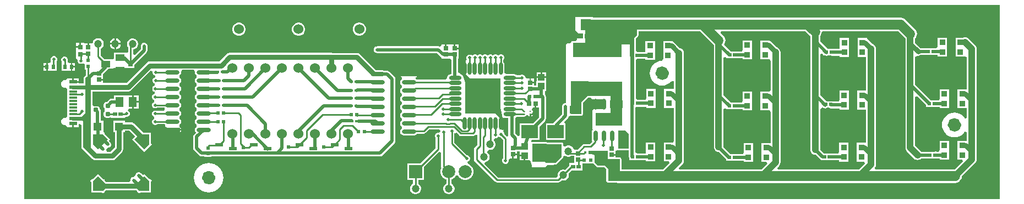
<source format=gtl>
G04*
G04 #@! TF.GenerationSoftware,Altium Limited,CircuitMaker,2.3.0 (2.3.0.3)*
G04*
G04 Layer_Physical_Order=1*
G04 Layer_Color=25308*
%FSLAX25Y25*%
%MOIN*%
G70*
G04*
G04 #@! TF.SameCoordinates,90B3883F-12C0-4788-AEBF-A64E1D99C10B*
G04*
G04*
G04 #@! TF.FilePolarity,Positive*
G04*
G01*
G75*
%ADD12C,0.02362*%
%ADD13C,0.01000*%
%ADD18C,0.04331*%
%ADD19R,0.02200X0.02200*%
%ADD20R,0.02835X0.02992*%
%ADD21O,0.02362X0.06693*%
%ADD22R,0.02559X0.02362*%
%ADD23O,0.02362X0.07677*%
%ADD24R,0.02362X0.02756*%
%ADD25R,0.04921X0.01181*%
%ADD26R,0.01968X0.01772*%
%ADD27R,0.04921X0.06102*%
%ADD28R,0.04921X0.01968*%
%ADD29O,0.07677X0.02362*%
%ADD30R,0.02362X0.02756*%
%ADD31R,0.01968X0.02362*%
%ADD32R,0.02362X0.01968*%
%ADD33O,0.08661X0.02362*%
%ADD34R,0.09842X0.07874*%
%ADD35R,0.03937X0.03937*%
%ADD36R,0.07087X0.06496*%
%ADD37R,0.02165X0.01968*%
%ADD38R,0.02559X0.02559*%
%ADD39R,0.01772X0.01772*%
%ADD40R,0.06102X0.03543*%
%ADD41R,0.03740X0.03543*%
%ADD42R,0.06693X0.05118*%
%ADD43R,0.06496X0.07087*%
%ADD44R,0.02992X0.02835*%
%ADD45R,0.29528X0.08661*%
%ADD46P,0.05999X4X270.0*%
%ADD47R,0.06000X0.06000*%
%ADD48P,0.05999X4X360.0*%
%ADD49R,0.06000X0.06000*%
%ADD50C,0.00984*%
G04:AMPARAMS|DCode=51|XSize=23.62mil|YSize=29.53mil|CornerRadius=4.72mil|HoleSize=0mil|Usage=FLASHONLY|Rotation=90.000|XOffset=0mil|YOffset=0mil|HoleType=Round|Shape=RoundedRectangle|*
%AMROUNDEDRECTD51*
21,1,0.02362,0.02008,0,0,90.0*
21,1,0.01417,0.02953,0,0,90.0*
1,1,0.00945,0.01004,0.00709*
1,1,0.00945,0.01004,-0.00709*
1,1,0.00945,-0.01004,-0.00709*
1,1,0.00945,-0.01004,0.00709*
%
%ADD51ROUNDEDRECTD51*%
%ADD52R,0.05000X0.05000*%
%ADD53R,0.05512X0.03937*%
%ADD54R,0.04921X0.02362*%
%ADD96C,0.04724*%
%ADD97C,0.02000*%
%ADD98C,0.03000*%
%ADD99C,0.06000*%
%ADD100C,0.03937*%
%ADD101C,0.02461*%
%ADD102C,0.02756*%
%ADD103C,0.01949*%
%ADD104R,0.07874X0.07874*%
%ADD105C,0.07874*%
%ADD106C,0.06000*%
%ADD107C,0.14173*%
G04:AMPARAMS|DCode=108|XSize=39.37mil|YSize=86.61mil|CornerRadius=19.68mil|HoleSize=0mil|Usage=FLASHONLY|Rotation=270.000|XOffset=0mil|YOffset=0mil|HoleType=Round|Shape=RoundedRectangle|*
%AMROUNDEDRECTD108*
21,1,0.03937,0.04724,0,0,270.0*
21,1,0.00000,0.08661,0,0,270.0*
1,1,0.03937,-0.02362,0.00000*
1,1,0.03937,-0.02362,0.00000*
1,1,0.03937,0.02362,0.00000*
1,1,0.03937,0.02362,0.00000*
%
%ADD108ROUNDEDRECTD108*%
G04:AMPARAMS|DCode=109|XSize=39.37mil|YSize=78.74mil|CornerRadius=19.68mil|HoleSize=0mil|Usage=FLASHONLY|Rotation=270.000|XOffset=0mil|YOffset=0mil|HoleType=Round|Shape=RoundedRectangle|*
%AMROUNDEDRECTD109*
21,1,0.03937,0.03937,0,0,270.0*
21,1,0.00000,0.07874,0,0,270.0*
1,1,0.03937,-0.01968,0.00000*
1,1,0.03937,-0.01968,0.00000*
1,1,0.03937,0.01968,0.00000*
1,1,0.03937,0.01968,0.00000*
%
%ADD109ROUNDEDRECTD109*%
%ADD110C,0.07000*%
%ADD111C,0.02362*%
G36*
X590658Y49D02*
X158Y49D01*
X158Y118249D01*
X590658Y118249D01*
X590658Y49D01*
X590658Y49D02*
G37*
%LPC*%
G36*
X335932Y110693D02*
X334767Y110677D01*
X334767Y110677D01*
X334767Y110677D01*
X333868Y110677D01*
X333868Y102428D01*
X335632Y100664D01*
X338249Y100664D01*
X338249Y97790D01*
X334620Y97790D01*
X334620Y96832D01*
X333705Y96191D01*
X331294Y96191D01*
X331294Y95780D01*
X330512Y94807D01*
X329016Y94807D01*
X328626Y94729D01*
X328295Y94508D01*
X328074Y94177D01*
X327996Y93787D01*
X327996Y58658D01*
X327835Y58525D01*
X327509Y58461D01*
X327442Y58461D01*
X327380Y58435D01*
X327054Y58370D01*
X326778Y58186D01*
X326716Y58160D01*
X326669Y58113D01*
X326393Y57928D01*
X326208Y57652D01*
X326161Y57605D01*
X326135Y57543D01*
X325951Y57267D01*
X325886Y56941D01*
X325860Y56879D01*
X325860Y56812D01*
X325796Y56486D01*
X325796Y51672D01*
X320477Y46353D01*
X320285Y46067D01*
X315934Y46067D01*
X315934Y36193D01*
X327776Y36193D01*
X327776Y46067D01*
X327501Y46067D01*
X327049Y47158D01*
X329277Y49386D01*
X329719Y50047D01*
X329772Y50313D01*
X330972Y50818D01*
X337060Y50801D01*
X337331Y50800D01*
X337333Y50801D01*
X337334Y50800D01*
X338204Y50890D01*
X338354Y51817D01*
X338354Y51819D01*
X338354Y51820D01*
X338354Y58802D01*
X341459Y61908D01*
X343197Y61908D01*
X343848Y60921D01*
X343866Y60816D01*
X352054Y60816D01*
X352054Y54889D01*
X351778Y54656D01*
X344645Y54726D01*
X344254Y54292D01*
X344260Y54284D01*
X344230Y54264D01*
X344230Y54264D01*
X344009Y53934D01*
X343931Y53543D01*
X343931Y43197D01*
X344009Y42806D01*
X344230Y42476D01*
X344236Y42471D01*
X344370Y42274D01*
X343888Y41553D01*
X343719Y40702D01*
X343719Y36371D01*
X343888Y35520D01*
X344079Y35234D01*
X342424Y33579D01*
X339121Y33579D01*
X338535Y33462D01*
X338039Y33131D01*
X335106Y30197D01*
X333178Y30197D01*
X332397Y31055D01*
X332248Y31314D01*
X331622Y31940D01*
X330855Y32382D01*
X330000Y32611D01*
X329115Y32611D01*
X328260Y32382D01*
X327493Y31940D01*
X326344Y32461D01*
X326344Y33546D01*
X326307Y33736D01*
X326271Y33926D01*
X326268Y33931D01*
X326267Y33936D01*
X326159Y34097D01*
X326053Y34259D01*
X326049Y34262D01*
X326046Y34267D01*
X325885Y34374D01*
X325725Y34484D01*
X325719Y34485D01*
X325715Y34488D01*
X325525Y34526D01*
X325336Y34565D01*
X307757Y34750D01*
X307751Y34749D01*
X307746Y34750D01*
X307556Y34713D01*
X307393Y34682D01*
X307160Y34909D01*
X306960Y35152D01*
X307437Y36193D01*
X312028Y36193D01*
X312028Y44168D01*
X315346Y47486D01*
X315788Y48147D01*
X315944Y48927D01*
X315944Y48927D01*
X315944Y62210D01*
X315788Y62991D01*
X315346Y63652D01*
X315230Y63768D01*
X315230Y65655D01*
X316160Y65655D01*
X316160Y71592D01*
X316144Y71592D01*
X316144Y73643D01*
X313191Y73643D01*
X310239Y73643D01*
X310239Y71592D01*
X310223Y71592D01*
X310223Y69173D01*
X308809Y69173D01*
X308809Y69630D01*
X308793Y69630D01*
X308793Y70421D01*
X306391Y70421D01*
X306391Y70913D01*
X305899Y70913D01*
X305899Y73393D01*
X304557Y73393D01*
X303978Y73413D01*
X303416Y74337D01*
X303165Y74942D01*
X302610Y75497D01*
X301884Y75798D01*
X301099Y75798D01*
X300373Y75497D01*
X300229Y75353D01*
X298405Y75353D01*
X297734Y75801D01*
X296883Y75971D01*
X291898Y75971D01*
X291271Y76402D01*
X290839Y77030D01*
X290839Y82015D01*
X290669Y82866D01*
X290187Y83587D01*
X290144Y83616D01*
X290144Y84875D01*
X290310Y85041D01*
X290611Y85767D01*
X290611Y86553D01*
X290310Y87278D01*
X289755Y87834D01*
X289029Y88134D01*
X288244Y88134D01*
X287518Y87834D01*
X287008Y87323D01*
X286546Y87784D01*
X285821Y88085D01*
X285035Y88085D01*
X284310Y87784D01*
X283878Y87353D01*
X283426Y87804D01*
X282701Y88105D01*
X281915Y88105D01*
X281189Y87804D01*
X280763Y87377D01*
X280227Y87912D01*
X279502Y88213D01*
X278716Y88213D01*
X277991Y87912D01*
X277549Y87471D01*
X277186Y87834D01*
X276461Y88134D01*
X275675Y88134D01*
X274949Y87834D01*
X274457Y87342D01*
X274076Y87723D01*
X273350Y88024D01*
X272565Y88024D01*
X271839Y87723D01*
X271357Y87241D01*
X270976Y87623D01*
X270250Y87924D01*
X269465Y87924D01*
X268739Y87623D01*
X268184Y87068D01*
X267883Y86342D01*
X267883Y85557D01*
X268110Y85009D01*
X267657Y84371D01*
X267621Y84340D01*
X267518Y84289D01*
X267388Y75693D01*
X269926Y73350D01*
X288430Y73375D01*
X288400Y73346D01*
X288400Y55396D01*
X288691Y54440D01*
X289617Y49522D01*
X291732Y49373D01*
X291882Y49476D01*
X293221Y49476D01*
X293221Y39172D01*
X293318Y38688D01*
X292306Y38029D01*
X290562Y39773D01*
X290562Y39978D01*
X290261Y40703D01*
X290176Y41871D01*
X290349Y42130D01*
X287721Y42348D01*
X287721Y49656D01*
X285356Y52135D01*
X267219Y52135D01*
X267111Y52027D01*
X267003Y52135D01*
X267003Y70944D01*
X267001Y70943D01*
X265606Y75135D01*
X263332Y76615D01*
X263318Y76662D01*
X262697Y76989D01*
X262697Y85463D01*
X263075Y85463D01*
X263075Y90456D01*
X263059Y90456D01*
X263059Y91247D01*
X260658Y91247D01*
X260658Y91739D01*
X260165Y91739D01*
X260165Y94219D01*
X258256Y94219D01*
X258256Y94219D01*
X257659Y94230D01*
X257659Y94230D01*
X257079Y94230D01*
X255750Y94230D01*
X255750Y91749D01*
X254765Y91749D01*
X254765Y94230D01*
X252856Y94230D01*
X252856Y93341D01*
X251675Y92710D01*
X251556Y92790D01*
X250776Y92945D01*
X213602Y92945D01*
X213277Y92880D01*
X213210Y92880D01*
X213148Y92854D01*
X212822Y92790D01*
X212546Y92605D01*
X212484Y92579D01*
X212437Y92532D01*
X212160Y92347D01*
X211976Y92071D01*
X211929Y92024D01*
X211903Y91962D01*
X211718Y91686D01*
X211654Y91360D01*
X211628Y91298D01*
X211628Y91231D01*
X211563Y90905D01*
X211628Y90580D01*
X211628Y90513D01*
X211654Y90451D01*
X211718Y90125D01*
X211903Y89849D01*
X211929Y89787D01*
X211976Y89740D01*
X212160Y89464D01*
X212437Y89279D01*
X212484Y89232D01*
X212546Y89206D01*
X212822Y89022D01*
X213148Y88957D01*
X213210Y88931D01*
X213277Y88931D01*
X213602Y88866D01*
X249931Y88866D01*
X252270Y86528D01*
X252840Y86146D01*
X252840Y85474D01*
X257675Y85474D01*
X258618Y84900D01*
X258618Y75971D01*
X258300Y75971D01*
X257449Y75801D01*
X256728Y75319D01*
X256245Y74598D01*
X256076Y73747D01*
X255134Y72595D01*
X237719Y72595D01*
X237680Y72654D01*
X237259Y72934D01*
X237195Y73167D01*
X237193Y74000D01*
X237259Y74247D01*
X237668Y74520D01*
X237861Y74808D01*
X228054Y74808D01*
X228247Y74520D01*
X228656Y74247D01*
X228723Y74000D01*
X228720Y73167D01*
X228656Y72934D01*
X228235Y72654D01*
X227753Y71932D01*
X227584Y71081D01*
X227753Y70230D01*
X228235Y69509D01*
X228642Y69237D01*
X228701Y69029D01*
X228701Y68134D01*
X228642Y67925D01*
X228235Y67654D01*
X227753Y66932D01*
X227584Y66081D01*
X227753Y65230D01*
X228235Y64509D01*
X228642Y64237D01*
X228701Y64029D01*
X228701Y63134D01*
X228642Y62925D01*
X228235Y62654D01*
X227753Y61932D01*
X227584Y61081D01*
X227753Y60230D01*
X228235Y59509D01*
X228642Y59237D01*
X228701Y59029D01*
X228701Y58134D01*
X228642Y57925D01*
X228235Y57654D01*
X227753Y56932D01*
X227584Y56081D01*
X227753Y55230D01*
X228235Y54509D01*
X228642Y54237D01*
X228701Y54029D01*
X228701Y53134D01*
X228642Y52925D01*
X228235Y52654D01*
X227753Y51932D01*
X227584Y51081D01*
X227753Y50230D01*
X228235Y49509D01*
X228642Y49237D01*
X228701Y49029D01*
X228701Y48134D01*
X228642Y47925D01*
X228235Y47654D01*
X227753Y46932D01*
X227584Y46081D01*
X227753Y45230D01*
X228235Y44509D01*
X228642Y44237D01*
X228701Y44029D01*
X228701Y43134D01*
X228642Y42925D01*
X228235Y42654D01*
X227753Y41932D01*
X227584Y41081D01*
X227753Y40230D01*
X228235Y39509D01*
X228957Y39026D01*
X229808Y38857D01*
X236107Y38857D01*
X236958Y39026D01*
X237680Y39509D01*
X237888Y39820D01*
X241958Y39820D01*
X242543Y39936D01*
X243039Y40268D01*
X245356Y42585D01*
X251251Y42585D01*
X251977Y41404D01*
X251933Y41298D01*
X251078Y40455D01*
X250842Y40439D01*
X250277Y40439D01*
X249551Y40138D01*
X248995Y39583D01*
X248695Y38857D01*
X248695Y38072D01*
X248995Y37346D01*
X249140Y37202D01*
X249140Y31031D01*
X239826Y21717D01*
X232115Y21717D01*
X232115Y11843D01*
X235523Y11843D01*
X235523Y9568D01*
X234860Y9185D01*
X234234Y8559D01*
X233791Y7792D01*
X233562Y6937D01*
X233562Y6052D01*
X233791Y5197D01*
X234234Y4430D01*
X234860Y3804D01*
X235626Y3361D01*
X236481Y3132D01*
X237367Y3132D01*
X238222Y3361D01*
X238988Y3804D01*
X239614Y4430D01*
X240057Y5197D01*
X240286Y6052D01*
X240286Y6937D01*
X240057Y7792D01*
X239614Y8559D01*
X238988Y9185D01*
X238581Y9420D01*
X238581Y11843D01*
X241989Y11843D01*
X241989Y19554D01*
X251211Y28776D01*
X252392Y28287D01*
X252402Y19899D01*
X252460Y19609D01*
X252518Y19316D01*
X252519Y19315D01*
X252519Y19314D01*
X252677Y19077D01*
X252451Y18686D01*
X252115Y17430D01*
X252115Y16130D01*
X252451Y14874D01*
X253101Y13748D01*
X254021Y12829D01*
X255146Y12179D01*
X255670Y12039D01*
X255670Y9395D01*
X255135Y9087D01*
X254509Y8461D01*
X254066Y7694D01*
X253837Y6839D01*
X253837Y5953D01*
X254066Y5098D01*
X254509Y4332D01*
X255135Y3706D01*
X255902Y3263D01*
X256757Y3034D01*
X257642Y3034D01*
X258497Y3263D01*
X259264Y3706D01*
X259890Y4332D01*
X260333Y5098D01*
X260562Y5953D01*
X260562Y6839D01*
X260333Y7694D01*
X259890Y8461D01*
X259264Y9087D01*
X258729Y9395D01*
X258729Y12118D01*
X258958Y12179D01*
X260083Y12829D01*
X261003Y13748D01*
X261405Y14446D01*
X261413Y14449D01*
X262691Y14449D01*
X262699Y14446D01*
X263101Y13748D01*
X264021Y12829D01*
X265146Y12179D01*
X266402Y11843D01*
X267702Y11843D01*
X268958Y12179D01*
X270083Y12829D01*
X271003Y13748D01*
X271653Y14874D01*
X271989Y16130D01*
X271989Y17430D01*
X271653Y18686D01*
X271003Y19811D01*
X270083Y20730D01*
X268958Y21381D01*
X268618Y21471D01*
X268425Y22634D01*
X268461Y22736D01*
X269122Y23010D01*
X269677Y23565D01*
X269978Y24291D01*
X269978Y25076D01*
X269677Y25802D01*
X269122Y26358D01*
X268396Y26658D01*
X268192Y26658D01*
X260447Y34403D01*
X260447Y40017D01*
X260591Y40161D01*
X261917Y40276D01*
X263311Y38882D01*
X263807Y38550D01*
X264392Y38434D01*
X271622Y38434D01*
X272207Y38550D01*
X272704Y38882D01*
X273306Y39484D01*
X274487Y38995D01*
X274487Y33131D01*
X272876Y31520D01*
X272545Y31024D01*
X272428Y30439D01*
X272428Y23949D01*
X272545Y23364D01*
X272876Y22868D01*
X285147Y10597D01*
X285643Y10265D01*
X286228Y10149D01*
X323487Y10149D01*
X324072Y10265D01*
X324568Y10597D01*
X325418Y11447D01*
X326015Y11287D01*
X326900Y11287D01*
X327755Y11516D01*
X328522Y11959D01*
X329148Y12585D01*
X329591Y13351D01*
X329820Y14207D01*
X329820Y15092D01*
X329660Y15689D01*
X331539Y17568D01*
X337910Y17568D01*
X337910Y21765D01*
X341057Y21765D01*
X341057Y21749D01*
X344732Y21749D01*
X346759Y19722D01*
X347090Y19501D01*
X347480Y19423D01*
X351280Y19423D01*
X352475Y18228D01*
X352433Y18125D01*
X352436Y18125D01*
X352440Y11192D01*
X352496Y11161D01*
X352906Y10584D01*
X352990Y10459D01*
X353128Y10253D01*
X353458Y10032D01*
X353848Y9955D01*
X359221Y9955D01*
X359469Y9922D01*
X563665Y9922D01*
X564709Y10060D01*
X565682Y10463D01*
X566518Y11104D01*
X567159Y11939D01*
X567562Y12912D01*
X567669Y13727D01*
X575875Y21932D01*
X576350Y22552D01*
X576650Y23274D01*
X576752Y24049D01*
X576752Y28949D01*
X576752Y60149D01*
X576752Y91449D01*
X576650Y92224D01*
X576350Y92946D01*
X575875Y93566D01*
X571822Y97619D01*
X571202Y98095D01*
X570480Y98394D01*
X569705Y98496D01*
X568930Y98394D01*
X568398Y98174D01*
X563901Y98174D01*
X563901Y93449D01*
X563901Y92630D01*
X563901Y92630D01*
X563901Y92268D01*
X563901Y92268D01*
X563901Y86725D01*
X569641Y86725D01*
X569641Y86725D01*
X570763Y86583D01*
X570763Y66874D01*
X565101Y66874D01*
X565101Y62149D01*
X565101Y61330D01*
X565101Y61330D01*
X565101Y60968D01*
X565101Y60968D01*
X565101Y55425D01*
X570763Y55425D01*
X570763Y49538D01*
X569582Y49242D01*
X569521Y49357D01*
X568584Y50498D01*
X567443Y51435D01*
X566141Y52131D01*
X564728Y52560D01*
X563258Y52704D01*
X561789Y52560D01*
X560376Y52131D01*
X559073Y51435D01*
X557932Y50498D01*
X556995Y49357D01*
X556299Y48055D01*
X555871Y46641D01*
X555726Y45172D01*
X555871Y43703D01*
X556299Y42290D01*
X556995Y40987D01*
X557932Y39846D01*
X559073Y38909D01*
X560376Y38213D01*
X561789Y37784D01*
X563258Y37640D01*
X564728Y37784D01*
X566141Y38213D01*
X567443Y38909D01*
X568584Y39846D01*
X569521Y40987D01*
X569582Y41102D01*
X570763Y40806D01*
X570763Y35474D01*
X565101Y35474D01*
X565101Y30749D01*
X565101Y29930D01*
X565101Y29930D01*
X565101Y29568D01*
X565101Y29568D01*
X565101Y24025D01*
X567956Y24025D01*
X568408Y22934D01*
X563465Y17991D01*
X515377Y17991D01*
X515071Y18729D01*
X515005Y19172D01*
X515450Y19752D01*
X515574Y20051D01*
X515750Y20474D01*
X515852Y21249D01*
X515852Y27549D01*
X515852Y59349D01*
X515852Y91449D01*
X515750Y92224D01*
X515450Y92946D01*
X514975Y93566D01*
X514355Y94042D01*
X513632Y94341D01*
X513561Y94351D01*
X510907Y97004D01*
X510341Y97383D01*
X510341Y97974D01*
X504601Y97974D01*
X504601Y93249D01*
X504601Y92430D01*
X504601Y92430D01*
X504601Y92068D01*
X504601Y92068D01*
X504601Y86525D01*
X509863Y86525D01*
X509863Y65974D01*
X504401Y65974D01*
X504401Y61249D01*
X504401Y60430D01*
X504401Y60430D01*
X504401Y60068D01*
X504401Y60068D01*
X504401Y54525D01*
X509863Y54525D01*
X509863Y34321D01*
X504214Y34321D01*
X504214Y29596D01*
X504214Y28778D01*
X504214Y28778D01*
X504214Y28415D01*
X504214Y28415D01*
X504214Y22872D01*
X508576Y22872D01*
X509065Y21691D01*
X505365Y17991D01*
X456377Y17991D01*
X455925Y19082D01*
X457075Y20232D01*
X457550Y20852D01*
X457850Y21574D01*
X457952Y22349D01*
X457952Y27349D01*
X457952Y58449D01*
X457952Y89449D01*
X457850Y90224D01*
X457550Y90946D01*
X457075Y91566D01*
X456455Y92042D01*
X455732Y92341D01*
X455661Y92351D01*
X452607Y95404D01*
X451780Y95957D01*
X451541Y96004D01*
X451541Y96374D01*
X445801Y96374D01*
X445801Y91649D01*
X445801Y90830D01*
X445801Y90830D01*
X445801Y90468D01*
X445801Y90468D01*
X445801Y84925D01*
X451541Y84925D01*
X451963Y83919D01*
X451963Y66380D01*
X451541Y65374D01*
X445801Y65374D01*
X445801Y60649D01*
X445801Y59830D01*
X445801Y59830D01*
X445801Y59468D01*
X445801Y59468D01*
X445801Y53925D01*
X451541Y53925D01*
X451963Y52919D01*
X451963Y34121D01*
X446414Y34121D01*
X446414Y29396D01*
X446414Y28578D01*
X446414Y28578D01*
X446414Y28215D01*
X446414Y28215D01*
X446414Y22672D01*
X449503Y22672D01*
X449955Y21581D01*
X446365Y17991D01*
X396877Y17991D01*
X396425Y19082D01*
X398575Y21232D01*
X399050Y21852D01*
X399350Y22574D01*
X399452Y23349D01*
X399452Y27449D01*
X399452Y59749D01*
X399452Y88849D01*
X399350Y89624D01*
X399050Y90346D01*
X398575Y90966D01*
X397955Y91442D01*
X397232Y91741D01*
X397161Y91751D01*
X393807Y95104D01*
X392980Y95657D01*
X392741Y95705D01*
X392741Y96074D01*
X387001Y96074D01*
X387001Y91349D01*
X387001Y90530D01*
X387001Y90530D01*
X387001Y90168D01*
X387001Y90168D01*
X387001Y85262D01*
X386441Y84329D01*
X386032Y84112D01*
X384860Y83997D01*
X383447Y83568D01*
X382144Y82872D01*
X381003Y81935D01*
X380066Y80794D01*
X379370Y79492D01*
X378941Y78079D01*
X378797Y76609D01*
X378941Y75140D01*
X379370Y73726D01*
X380066Y72424D01*
X381003Y71283D01*
X382144Y70346D01*
X383447Y69650D01*
X384860Y69222D01*
X386329Y69077D01*
X387799Y69222D01*
X389212Y69650D01*
X390514Y70346D01*
X391655Y71283D01*
X392282Y72047D01*
X393463Y71624D01*
X393463Y68063D01*
X393241Y66974D01*
X387501Y66974D01*
X387501Y62249D01*
X387501Y61430D01*
X387501Y61430D01*
X387501Y61068D01*
X387501Y61068D01*
X387501Y55525D01*
X393241Y55525D01*
X393463Y54436D01*
X393463Y35380D01*
X393041Y34374D01*
X387301Y34374D01*
X387301Y29649D01*
X387301Y28830D01*
X387301Y28830D01*
X387301Y28468D01*
X387301Y28468D01*
X387301Y22925D01*
X390256Y22925D01*
X390708Y21834D01*
X386865Y17991D01*
X361600Y17991D01*
X361600Y24508D01*
X361523Y24898D01*
X361302Y25229D01*
X360971Y25450D01*
X360581Y25528D01*
X358159Y25528D01*
X358159Y26557D01*
X355757Y26557D01*
X355757Y27541D01*
X358159Y27541D01*
X358159Y28333D01*
X358175Y28333D01*
X358175Y29432D01*
X358322Y29557D01*
X359356Y29956D01*
X359374Y29944D01*
X359764Y29866D01*
X366014Y29866D01*
X366118Y29781D01*
X366118Y25749D01*
X366273Y24969D01*
X366275Y24967D01*
X366275Y23712D01*
X368146Y23712D01*
X368158Y23710D01*
X368168Y23712D01*
X371034Y23712D01*
X371310Y23657D01*
X376474Y23657D01*
X376474Y22925D01*
X382214Y22925D01*
X382214Y27649D01*
X382214Y28468D01*
X382214Y29649D01*
X382214Y34374D01*
X376474Y34374D01*
X376474Y29649D01*
X376474Y28830D01*
X376265Y27736D01*
X371310Y27736D01*
X370197Y28433D01*
X370197Y55816D01*
X371378Y56279D01*
X371487Y56257D01*
X376674Y56257D01*
X376674Y55525D01*
X382414Y55525D01*
X382414Y60249D01*
X382414Y61068D01*
X382414Y62249D01*
X382414Y66974D01*
X376674Y66974D01*
X376674Y62249D01*
X376674Y61430D01*
X376465Y60336D01*
X371487Y60336D01*
X370355Y61022D01*
X370355Y84736D01*
X371381Y85357D01*
X376174Y85357D01*
X376174Y84625D01*
X381914Y84625D01*
X381914Y89349D01*
X381914Y90168D01*
X381914Y91349D01*
X381914Y96074D01*
X376174Y96074D01*
X376174Y91349D01*
X376174Y90530D01*
X375965Y89436D01*
X371381Y89436D01*
X370506Y90404D01*
X370506Y97924D01*
X371703Y99219D01*
X371797Y99372D01*
X371897Y99521D01*
X371901Y99541D01*
X371911Y99558D01*
X371939Y99735D01*
X371974Y99911D01*
X371974Y102215D01*
X409186Y102215D01*
X417563Y93838D01*
X417563Y63249D01*
X417563Y31773D01*
X417665Y30998D01*
X417965Y30276D01*
X418440Y29656D01*
X419060Y29180D01*
X419782Y28881D01*
X420557Y28779D01*
X420655Y28791D01*
X424928Y24519D01*
X424928Y23460D01*
X426633Y23460D01*
X426881Y23410D01*
X427130Y23460D01*
X429687Y23460D01*
X429963Y23404D01*
X435587Y23404D01*
X435587Y22672D01*
X441328Y22672D01*
X441328Y27396D01*
X441328Y28215D01*
X441328Y29397D01*
X441328Y34121D01*
X435587Y34121D01*
X435587Y29397D01*
X435587Y28578D01*
X435379Y27483D01*
X429963Y27483D01*
X429687Y27428D01*
X427786Y27428D01*
X423539Y31675D01*
X423552Y31773D01*
X423552Y54670D01*
X424733Y55301D01*
X424975Y55139D01*
X424975Y54765D01*
X426781Y54765D01*
X427058Y54710D01*
X427334Y54765D01*
X429645Y54765D01*
X430187Y54657D01*
X434974Y54657D01*
X434974Y53925D01*
X440714Y53925D01*
X440714Y58649D01*
X440714Y59468D01*
X440714Y60649D01*
X440714Y65374D01*
X434974Y65374D01*
X434974Y60649D01*
X434974Y59830D01*
X434765Y58736D01*
X430187Y58736D01*
X430176Y58733D01*
X427957Y58733D01*
X423552Y63139D01*
X423552Y85972D01*
X424733Y86561D01*
X425151Y86245D01*
X425151Y85712D01*
X427046Y85712D01*
X427058Y85710D01*
X427068Y85712D01*
X429911Y85712D01*
X430187Y85657D01*
X434974Y85657D01*
X434974Y84925D01*
X440714Y84925D01*
X440714Y89649D01*
X440714Y90468D01*
X440714Y91649D01*
X440714Y96374D01*
X434974Y96374D01*
X434974Y91649D01*
X434974Y90830D01*
X434765Y89736D01*
X430187Y89736D01*
X429911Y89681D01*
X428010Y89681D01*
X423664Y94027D01*
X424052Y94532D01*
X424454Y95505D01*
X424592Y96549D01*
X424454Y97593D01*
X424052Y98567D01*
X423410Y99402D01*
X421689Y101123D01*
X422141Y102215D01*
X472686Y102215D01*
X475963Y98938D01*
X475963Y96073D01*
X475963Y63373D01*
X475963Y30149D01*
X476065Y29374D01*
X476365Y28652D01*
X476840Y28032D01*
X477460Y27556D01*
X478183Y27257D01*
X478958Y27155D01*
X479055Y27168D01*
X481916Y24307D01*
X482498Y23918D01*
X482498Y23765D01*
X483357Y23710D01*
X483634Y23765D01*
X483679Y23765D01*
X487051Y23765D01*
X487059Y23760D01*
X487839Y23605D01*
X493387Y23605D01*
X493387Y22872D01*
X499128Y22872D01*
X499128Y27596D01*
X499128Y28415D01*
X499128Y29596D01*
X499128Y34321D01*
X493387Y34321D01*
X493387Y29596D01*
X493387Y28778D01*
X493179Y27683D01*
X489616Y27683D01*
X489616Y27733D01*
X484257Y27733D01*
X481939Y30052D01*
X481952Y30149D01*
X481952Y54861D01*
X483133Y55689D01*
X483346Y55612D01*
X483346Y55612D01*
X483972Y55450D01*
X484301Y55365D01*
X484415Y55343D01*
X485081Y55210D01*
X485861Y55365D01*
X486231Y55612D01*
X487402Y55612D01*
X487701Y55413D01*
X488481Y55257D01*
X493574Y55257D01*
X493574Y54525D01*
X499314Y54525D01*
X499314Y59249D01*
X499314Y60068D01*
X499314Y61249D01*
X499314Y65974D01*
X493574Y65974D01*
X493574Y61249D01*
X493574Y60430D01*
X493365Y59336D01*
X490464Y59336D01*
X490464Y59581D01*
X485633Y59581D01*
X481952Y63262D01*
X481952Y88230D01*
X483097Y88738D01*
X483722Y88240D01*
X483722Y87565D01*
X484702Y87565D01*
X485001Y87365D01*
X485781Y87210D01*
X486561Y87365D01*
X486860Y87565D01*
X488002Y87565D01*
X488230Y87413D01*
X489010Y87257D01*
X493774Y87257D01*
X493774Y86525D01*
X499514Y86525D01*
X499514Y91249D01*
X499514Y92068D01*
X499514Y93249D01*
X499514Y97974D01*
X493774Y97974D01*
X493774Y93249D01*
X493774Y92430D01*
X493565Y91336D01*
X490840Y91336D01*
X490840Y91533D01*
X486381Y91533D01*
X481952Y95963D01*
X481952Y98980D01*
X482451Y99632D01*
X482855Y100605D01*
X482992Y101649D01*
X483488Y102215D01*
X529186Y102215D01*
X533563Y97838D01*
X533563Y94319D01*
X533563Y69649D01*
X533563Y31280D01*
X533665Y30505D01*
X533964Y29783D01*
X534440Y29162D01*
X538871Y24732D01*
X539491Y24256D01*
X540213Y23957D01*
X540988Y23855D01*
X541763Y23957D01*
X542485Y24256D01*
X543105Y24732D01*
X543165Y24810D01*
X548481Y24810D01*
X548757Y24865D01*
X551388Y24865D01*
X551422Y24858D01*
X554274Y24807D01*
X554274Y24025D01*
X560014Y24025D01*
X560014Y28749D01*
X560014Y29568D01*
X560014Y30749D01*
X560014Y35474D01*
X554274Y35474D01*
X554274Y30749D01*
X554274Y30068D01*
X554067Y29365D01*
X553592Y28898D01*
X551493Y28935D01*
X550930Y28833D01*
X548757Y28833D01*
X548481Y28888D01*
X543165Y28888D01*
X543105Y28966D01*
X539552Y32520D01*
X539552Y62228D01*
X540643Y62680D01*
X545975Y57348D01*
X545975Y56165D01*
X547781Y56165D01*
X548058Y56110D01*
X548334Y56165D01*
X550972Y56165D01*
X551010Y56157D01*
X554274Y56157D01*
X554274Y55425D01*
X560014Y55425D01*
X560014Y60149D01*
X560014Y60968D01*
X560014Y62149D01*
X560014Y66874D01*
X554274Y66874D01*
X554274Y62149D01*
X554274Y61330D01*
X554065Y60236D01*
X551010Y60236D01*
X550496Y60133D01*
X548957Y60133D01*
X539552Y69539D01*
X539552Y86450D01*
X540733Y87199D01*
X541228Y87100D01*
X542203Y87294D01*
X542676Y87610D01*
X547458Y87610D01*
X547734Y87665D01*
X550134Y87665D01*
X550410Y87610D01*
X553074Y87610D01*
X553074Y86725D01*
X558814Y86725D01*
X558814Y91449D01*
X558814Y92268D01*
X558814Y93449D01*
X558814Y98174D01*
X553074Y98174D01*
X553074Y93449D01*
X553074Y92630D01*
X552497Y91688D01*
X550410Y91688D01*
X550134Y91633D01*
X547734Y91633D01*
X547458Y91688D01*
X542793Y91688D01*
X539552Y94930D01*
X539552Y97881D01*
X540052Y98532D01*
X540454Y99505D01*
X540592Y100549D01*
X540454Y101593D01*
X540052Y102567D01*
X539410Y103402D01*
X533710Y109102D01*
X532875Y109743D01*
X531902Y110146D01*
X530858Y110284D01*
X530857Y110284D01*
X474358Y110284D01*
X474358Y110284D01*
X474357Y110284D01*
X410858Y110284D01*
X410857Y110284D01*
X410857Y110284D01*
X344428Y110284D01*
X344428Y110693D01*
X335942Y110693D01*
X335932Y110693D01*
X335932Y110693D02*
G37*
G36*
X203484Y107449D02*
X202431Y107449D01*
X201413Y107177D01*
X200501Y106650D01*
X199757Y105905D01*
X199230Y104993D01*
X198958Y103976D01*
X198958Y102923D01*
X199230Y101905D01*
X199757Y100993D01*
X200501Y100248D01*
X201413Y99722D01*
X202431Y99449D01*
X203484Y99449D01*
X204501Y99722D01*
X205414Y100248D01*
X206158Y100993D01*
X206685Y101905D01*
X206958Y102923D01*
X206958Y103976D01*
X206685Y104993D01*
X206158Y105905D01*
X205414Y106650D01*
X204501Y107177D01*
X203484Y107449D01*
X203484Y107449D02*
G37*
G36*
X166684Y107349D02*
X165631Y107349D01*
X164613Y107077D01*
X163701Y106550D01*
X162957Y105805D01*
X162430Y104893D01*
X162157Y103876D01*
X162157Y102823D01*
X162430Y101805D01*
X162957Y100893D01*
X163701Y100148D01*
X164613Y99622D01*
X165631Y99349D01*
X166684Y99349D01*
X167701Y99622D01*
X168614Y100148D01*
X169358Y100893D01*
X169885Y101805D01*
X170158Y102823D01*
X170158Y103876D01*
X169885Y104893D01*
X169358Y105805D01*
X168614Y106550D01*
X167701Y107077D01*
X166684Y107349D01*
X166684Y107349D02*
G37*
G36*
X130584Y107349D02*
X129531Y107349D01*
X128514Y107077D01*
X127601Y106550D01*
X126857Y105805D01*
X126330Y104893D01*
X126058Y103876D01*
X126058Y102823D01*
X126330Y101805D01*
X126857Y100893D01*
X127601Y100148D01*
X128514Y99622D01*
X129531Y99349D01*
X130584Y99349D01*
X131601Y99622D01*
X132513Y100148D01*
X133258Y100893D01*
X133785Y101805D01*
X134057Y102823D01*
X134057Y103876D01*
X133785Y104893D01*
X133258Y105805D01*
X132513Y106550D01*
X131601Y107077D01*
X130584Y107349D01*
X130584Y107349D02*
G37*
G36*
X55718Y97821D02*
X55718Y94980D01*
X58559Y94980D01*
X58345Y95780D01*
X57904Y96543D01*
X57281Y97166D01*
X56518Y97607D01*
X55718Y97821D01*
X55718Y97821D02*
G37*
G36*
X54734Y97821D02*
X53935Y97607D01*
X53172Y97166D01*
X52549Y96543D01*
X52108Y95780D01*
X51894Y94980D01*
X54734Y94980D01*
X54734Y97821D01*
X54734Y97821D02*
G37*
G36*
X45285Y97900D02*
X44400Y97900D01*
X43545Y97671D01*
X42778Y97228D01*
X42152Y96602D01*
X41709Y95835D01*
X41641Y95579D01*
X41121Y94613D01*
X40448Y94613D01*
X39350Y94613D01*
X39350Y92349D01*
X38365Y92349D01*
X38365Y94613D01*
X36594Y94613D01*
X36359Y95029D01*
X34450Y95029D01*
X34450Y92549D01*
X33957Y92549D01*
X33957Y92057D01*
X31556Y92057D01*
X31556Y90645D01*
X31540Y90645D01*
X31540Y85653D01*
X31540Y85653D01*
X32283Y84642D01*
X32283Y83856D01*
X32584Y83131D01*
X33139Y82575D01*
X33865Y82275D01*
X34650Y82275D01*
X35376Y82575D01*
X35495Y82695D01*
X36218Y82525D01*
X36676Y82206D01*
X36676Y78913D01*
X37328Y78913D01*
X37328Y75185D01*
X37225Y75116D01*
X36428Y74319D01*
X36207Y73988D01*
X36129Y73598D01*
X36129Y70349D01*
X33106Y70349D01*
X33106Y70783D01*
X29661Y70783D01*
X29661Y71275D01*
X29169Y71275D01*
X29169Y73440D01*
X26216Y73440D01*
X26216Y73186D01*
X25090Y72374D01*
X24184Y72374D01*
X23346Y72027D01*
X22704Y71385D01*
X22357Y70547D01*
X22357Y69641D01*
X22704Y68803D01*
X23346Y68162D01*
X24184Y67815D01*
X25090Y67815D01*
X26200Y66996D01*
X26200Y62007D01*
X26200Y58070D01*
X26200Y54133D01*
X26200Y50358D01*
X25856Y49992D01*
X25090Y49539D01*
X24184Y49539D01*
X23346Y49192D01*
X22704Y48551D01*
X22357Y47713D01*
X22357Y46806D01*
X22704Y45968D01*
X23346Y45327D01*
X24184Y44980D01*
X25090Y44980D01*
X26216Y44168D01*
X26216Y43913D01*
X29169Y43913D01*
X29169Y46078D01*
X30153Y46078D01*
X30153Y43913D01*
X33106Y43913D01*
X33106Y45775D01*
X33459Y45920D01*
X34632Y45123D01*
X34594Y31760D01*
X34594Y31759D01*
X34594Y31757D01*
X34632Y31564D01*
X34670Y31370D01*
X34671Y31368D01*
X34672Y31367D01*
X34782Y31202D01*
X34890Y31038D01*
X34892Y31037D01*
X34892Y31036D01*
X36827Y29102D01*
X36957Y28906D01*
X41406Y24457D01*
X42233Y23905D01*
X43209Y23711D01*
X53435Y23711D01*
X54410Y23905D01*
X55237Y24457D01*
X55654Y25080D01*
X59307Y28734D01*
X59860Y29561D01*
X60054Y30536D01*
X60054Y40749D01*
X61005Y40749D01*
X61005Y41700D01*
X63682Y41700D01*
X67262Y38120D01*
X65411Y36269D01*
X68686Y32994D01*
X68692Y32964D01*
X68824Y32765D01*
X68824Y32269D01*
X69321Y32269D01*
X69520Y32136D01*
X69549Y32130D01*
X72824Y28855D01*
X75801Y31832D01*
X76801Y32269D01*
X76801Y32269D01*
X76801Y32269D01*
X76824Y32269D01*
X77238Y33269D01*
X77222Y33285D01*
X77222Y33285D01*
X77222Y33285D01*
X76824Y34302D01*
X76824Y40269D01*
X72323Y40269D01*
X66540Y46052D01*
X65714Y46604D01*
X64738Y46798D01*
X61005Y46798D01*
X61005Y47749D01*
X54005Y47749D01*
X54005Y40749D01*
X54956Y40749D01*
X54956Y31592D01*
X52172Y28809D01*
X50378Y28809D01*
X50122Y29067D01*
X49594Y29990D01*
X49594Y29990D01*
X49619Y30052D01*
X49619Y30119D01*
X49648Y30262D01*
X49802Y30560D01*
X50509Y31196D01*
X50667Y31260D01*
X50992Y31325D01*
X51059Y31325D01*
X51121Y31350D01*
X51447Y31415D01*
X51723Y31600D01*
X51785Y31625D01*
X51832Y31673D01*
X52109Y31857D01*
X52293Y32133D01*
X52340Y32181D01*
X52366Y32243D01*
X52551Y32519D01*
X52615Y32844D01*
X52641Y32906D01*
X52641Y32974D01*
X52706Y33299D01*
X52641Y33625D01*
X52641Y33692D01*
X52615Y33754D01*
X52551Y34080D01*
X52366Y34356D01*
X52340Y34418D01*
X52293Y34465D01*
X52109Y34741D01*
X51290Y35560D01*
X51999Y36269D01*
X49022Y39245D01*
X48585Y40245D01*
X48585Y40269D01*
X48585Y40269D01*
X48555Y40293D01*
X48005Y41186D01*
X48005Y41690D01*
X48005Y47749D01*
X46544Y47749D01*
X46544Y53207D01*
X46389Y53988D01*
X45947Y54649D01*
X45868Y54728D01*
X45868Y55058D01*
X45754Y55632D01*
X45428Y56119D01*
X44941Y56445D01*
X44367Y56559D01*
X42359Y56559D01*
X41426Y57518D01*
X41426Y65577D01*
X63034Y65577D01*
X64009Y65771D01*
X64836Y66323D01*
X76752Y78239D01*
X77663Y77711D01*
X77783Y77600D01*
X77783Y76856D01*
X78084Y76131D01*
X78639Y75575D01*
X79119Y75376D01*
X79208Y75340D01*
X79237Y75132D01*
X79237Y75132D01*
X79268Y74911D01*
X79268Y74587D01*
X79208Y74159D01*
X79119Y74122D01*
X78639Y73923D01*
X78084Y73368D01*
X77783Y72642D01*
X77783Y71856D01*
X78084Y71131D01*
X78639Y70575D01*
X79062Y70400D01*
X79108Y70381D01*
X79145Y69620D01*
X79068Y69184D01*
X78439Y68923D01*
X77884Y68368D01*
X77583Y67642D01*
X77583Y66856D01*
X77884Y66131D01*
X78439Y65575D01*
X78984Y65350D01*
X79035Y64184D01*
X78977Y64134D01*
X78977Y64134D01*
X78977Y64134D01*
X78977Y64134D01*
X78770Y64043D01*
X78239Y63823D01*
X77684Y63268D01*
X77383Y62542D01*
X77383Y61756D01*
X77684Y61031D01*
X78239Y60475D01*
X78627Y60315D01*
X78627Y59084D01*
X78239Y58923D01*
X77684Y58368D01*
X77383Y57642D01*
X77383Y56857D01*
X77684Y56131D01*
X78239Y55575D01*
X78965Y55275D01*
X79750Y55275D01*
X80476Y55575D01*
X80520Y55620D01*
X85041Y55620D01*
X85105Y55471D01*
X85201Y54316D01*
X84578Y53679D01*
X80342Y53679D01*
X79750Y53924D01*
X78965Y53924D01*
X78239Y53623D01*
X77684Y53068D01*
X77383Y52342D01*
X77383Y51556D01*
X77684Y50831D01*
X78239Y50275D01*
X78627Y50115D01*
X78627Y48884D01*
X78239Y48723D01*
X77684Y48168D01*
X77383Y47442D01*
X77383Y46657D01*
X77684Y45931D01*
X78239Y45375D01*
X78965Y45075D01*
X79750Y45075D01*
X80476Y45375D01*
X80720Y45620D01*
X85092Y45620D01*
X85467Y45369D01*
X85531Y45137D01*
X85533Y44304D01*
X85467Y44057D01*
X85445Y44043D01*
X86843Y43279D01*
X94293Y43279D01*
X94293Y42715D01*
X95028Y42715D01*
X94958Y43068D01*
X94479Y43784D01*
X94070Y44057D01*
X94003Y44304D01*
X94006Y45137D01*
X94070Y45369D01*
X94491Y45650D01*
X94973Y46372D01*
X95142Y47223D01*
X94973Y48074D01*
X94491Y48795D01*
X94085Y49067D01*
X94025Y49275D01*
X94025Y50170D01*
X94085Y50379D01*
X94491Y50650D01*
X94973Y51372D01*
X95142Y52223D01*
X94973Y53074D01*
X94491Y53795D01*
X94085Y54067D01*
X94025Y54275D01*
X94025Y55170D01*
X94085Y55379D01*
X94491Y55650D01*
X94973Y56372D01*
X95142Y57223D01*
X94973Y58074D01*
X94491Y58795D01*
X94085Y59067D01*
X94025Y59275D01*
X94025Y60170D01*
X94085Y60379D01*
X94491Y60650D01*
X94973Y61372D01*
X95142Y62223D01*
X94973Y63074D01*
X94491Y63795D01*
X94085Y64067D01*
X94025Y64275D01*
X94025Y65170D01*
X94085Y65379D01*
X94491Y65650D01*
X94973Y66372D01*
X95142Y67223D01*
X94973Y68074D01*
X94491Y68795D01*
X94085Y69067D01*
X94025Y69275D01*
X94025Y70170D01*
X94085Y70379D01*
X94491Y70650D01*
X94973Y71372D01*
X95142Y72223D01*
X94973Y73074D01*
X94491Y73795D01*
X94085Y74067D01*
X94025Y74275D01*
X94025Y75170D01*
X94085Y75379D01*
X94491Y75650D01*
X94973Y76372D01*
X95142Y77223D01*
X95085Y77510D01*
X95873Y78691D01*
X102562Y78691D01*
X103350Y77510D01*
X103293Y77223D01*
X103462Y76372D01*
X103944Y75650D01*
X104350Y75379D01*
X104410Y75170D01*
X104410Y74275D01*
X104350Y74067D01*
X103944Y73795D01*
X103462Y73074D01*
X103293Y72223D01*
X103462Y71372D01*
X103944Y70650D01*
X104350Y70379D01*
X104410Y70170D01*
X104410Y69275D01*
X104350Y69067D01*
X103944Y68795D01*
X103462Y68074D01*
X103293Y67223D01*
X103462Y66372D01*
X103944Y65650D01*
X104350Y65379D01*
X104410Y65170D01*
X104410Y64275D01*
X104350Y64067D01*
X103944Y63795D01*
X103462Y63074D01*
X103293Y62223D01*
X103462Y61372D01*
X103944Y60650D01*
X104350Y60379D01*
X104410Y60170D01*
X104410Y59275D01*
X104350Y59067D01*
X103944Y58795D01*
X103462Y58074D01*
X103293Y57223D01*
X103462Y56372D01*
X103944Y55650D01*
X104350Y55379D01*
X104410Y55170D01*
X104410Y54275D01*
X104350Y54067D01*
X103944Y53795D01*
X103462Y53074D01*
X103293Y52223D01*
X103462Y51372D01*
X103944Y50650D01*
X104350Y50379D01*
X104410Y50170D01*
X104410Y49275D01*
X104350Y49067D01*
X103944Y48795D01*
X103462Y48074D01*
X103293Y47223D01*
X103462Y46372D01*
X103944Y45650D01*
X104350Y45379D01*
X104410Y45170D01*
X104410Y44275D01*
X104350Y44067D01*
X103944Y43795D01*
X103462Y43074D01*
X103293Y42223D01*
X103462Y41372D01*
X103944Y40650D01*
X103968Y40408D01*
X102948Y39388D01*
X102506Y38727D01*
X102351Y37946D01*
X102351Y31102D01*
X102506Y30322D01*
X102948Y29660D01*
X105979Y26629D01*
X106641Y26187D01*
X107421Y26032D01*
X109197Y26032D01*
X109197Y25722D01*
X113559Y25722D01*
X113559Y26032D01*
X215531Y26032D01*
X216312Y26187D01*
X216973Y26629D01*
X224281Y33937D01*
X224281Y33937D01*
X224723Y34598D01*
X224879Y35379D01*
X224879Y72931D01*
X224723Y73712D01*
X224281Y74373D01*
X221132Y77523D01*
X220470Y77965D01*
X219690Y78120D01*
X218084Y78120D01*
X218060Y78136D01*
X217210Y78305D01*
X213097Y78305D01*
X203241Y88161D01*
X202414Y88713D01*
X201439Y88907D01*
X186652Y88907D01*
X186158Y89006D01*
X124488Y89006D01*
X123513Y88812D01*
X122686Y88259D01*
X118216Y83789D01*
X76148Y83789D01*
X75173Y83595D01*
X74346Y83043D01*
X68357Y77053D01*
X62006Y70638D01*
X47926Y70638D01*
X47926Y70675D01*
X47825Y70675D01*
X47825Y72165D01*
X45423Y72165D01*
X45423Y73150D01*
X47825Y73150D01*
X47825Y73941D01*
X47841Y73941D01*
X47841Y75971D01*
X50930Y79060D01*
X51074Y79276D01*
X52843Y79276D01*
X55442Y79623D01*
X66742Y79623D01*
X66742Y79659D01*
X66758Y79659D01*
X66758Y81689D01*
X74070Y89001D01*
X74512Y89663D01*
X74667Y90443D01*
X74667Y93140D01*
X74602Y93465D01*
X74602Y93533D01*
X74577Y93594D01*
X74512Y93920D01*
X74327Y94196D01*
X74302Y94258D01*
X74254Y94306D01*
X74070Y94582D01*
X73794Y94766D01*
X73746Y94814D01*
X73684Y94839D01*
X73408Y95024D01*
X73083Y95088D01*
X73021Y95114D01*
X72954Y95114D01*
X72628Y95179D01*
X72302Y95114D01*
X72235Y95114D01*
X72173Y95088D01*
X71848Y95024D01*
X71571Y94839D01*
X71510Y94814D01*
X71462Y94766D01*
X71186Y94582D01*
X71002Y94306D01*
X70954Y94258D01*
X70929Y94196D01*
X70744Y93920D01*
X70679Y93594D01*
X70653Y93533D01*
X70653Y93465D01*
X70589Y93140D01*
X70589Y91288D01*
X67060Y87758D01*
X65968Y88210D01*
X65968Y91077D01*
X66082Y91077D01*
X66938Y91306D01*
X67704Y91749D01*
X68330Y92374D01*
X68773Y93141D01*
X69002Y93996D01*
X69002Y94882D01*
X68773Y95737D01*
X68330Y96503D01*
X67704Y97129D01*
X66938Y97572D01*
X66082Y97801D01*
X65197Y97801D01*
X64342Y97572D01*
X63575Y97129D01*
X62949Y96503D01*
X62507Y95737D01*
X62278Y94882D01*
X62278Y93996D01*
X62507Y93141D01*
X62910Y92443D01*
X62910Y89380D01*
X61905Y88953D01*
X61905Y88953D01*
X54394Y88953D01*
X54394Y85289D01*
X53244Y85213D01*
X53213Y85213D01*
X48683Y85213D01*
X46372Y87523D01*
X46372Y91538D01*
X46907Y91847D01*
X47533Y92473D01*
X47976Y93240D01*
X48205Y94095D01*
X48205Y94980D01*
X47976Y95835D01*
X47533Y96602D01*
X46907Y97228D01*
X46140Y97671D01*
X45285Y97900D01*
X45285Y97900D02*
G37*
G36*
X33465Y95029D02*
X31556Y95029D01*
X31556Y93041D01*
X33465Y93041D01*
X33465Y95029D01*
X33465Y95029D02*
G37*
G36*
X263059Y94219D02*
X261150Y94219D01*
X261150Y92231D01*
X263059Y92231D01*
X263059Y94219D01*
X263059Y94219D02*
G37*
G36*
X58559Y93996D02*
X55718Y93996D01*
X55718Y91156D01*
X56518Y91370D01*
X57281Y91810D01*
X57904Y92433D01*
X58345Y93196D01*
X58559Y93996D01*
X58559Y93996D02*
G37*
G36*
X54734Y93996D02*
X51894Y93996D01*
X52108Y93196D01*
X52549Y92433D01*
X53172Y91810D01*
X53935Y91370D01*
X54734Y91156D01*
X54734Y93996D01*
X54734Y93996D02*
G37*
G36*
X30891Y82911D02*
X29218Y82911D01*
X29218Y81041D01*
X30891Y81041D01*
X30891Y82911D01*
X30891Y82911D02*
G37*
G36*
X13272Y82911D02*
X11598Y82911D01*
X11598Y81041D01*
X13272Y81041D01*
X13272Y82911D01*
X13272Y82911D02*
G37*
G36*
X30891Y80057D02*
X29218Y80057D01*
X29218Y78187D01*
X30891Y78187D01*
X30891Y80057D01*
X30891Y80057D02*
G37*
G36*
X13272Y80057D02*
X11598Y80057D01*
X11598Y78187D01*
X13272Y78187D01*
X13272Y80057D01*
X13272Y80057D02*
G37*
G36*
X24847Y86778D02*
X24061Y86778D01*
X23336Y86478D01*
X22780Y85922D01*
X22480Y85197D01*
X22480Y84411D01*
X22606Y84107D01*
X22608Y82927D01*
X22608Y82927D01*
X22608Y78171D01*
X26970Y78171D01*
X26970Y78187D01*
X28234Y78187D01*
X28234Y80549D01*
X28234Y82911D01*
X26970Y82911D01*
X26970Y82927D01*
X26318Y82927D01*
X26318Y84145D01*
X26429Y84411D01*
X26429Y85197D01*
X26128Y85922D01*
X25573Y86478D01*
X24847Y86778D01*
X24847Y86778D02*
G37*
G36*
X18489Y86936D02*
X17703Y86936D01*
X16978Y86635D01*
X16422Y86080D01*
X16122Y85354D01*
X16122Y84569D01*
X16171Y84448D01*
X16171Y82927D01*
X15520Y82927D01*
X15520Y82911D01*
X14256Y82911D01*
X14256Y80549D01*
X14256Y78187D01*
X15520Y78187D01*
X15520Y78171D01*
X19882Y78171D01*
X19882Y82927D01*
X19882Y82927D01*
X19880Y84108D01*
X20070Y84569D01*
X20070Y85354D01*
X19770Y86080D01*
X19214Y86635D01*
X18489Y86936D01*
X18489Y86936D02*
G37*
G36*
X316144Y77088D02*
X313684Y77088D01*
X313684Y74627D01*
X316144Y74627D01*
X316144Y77088D01*
X316144Y77088D02*
G37*
G36*
X312699Y77088D02*
X310239Y77088D01*
X310239Y74627D01*
X312699Y74627D01*
X312699Y77088D01*
X312699Y77088D02*
G37*
G36*
X33106Y73440D02*
X30153Y73440D01*
X30153Y71767D01*
X33106Y71767D01*
X33106Y73440D01*
X33106Y73440D02*
G37*
G36*
X308793Y73393D02*
X306884Y73393D01*
X306884Y71405D01*
X308793Y71405D01*
X308793Y73393D01*
X308793Y73393D02*
G37*
G36*
X66329Y63169D02*
X66329Y59626D01*
X69282Y59626D01*
X69282Y63169D01*
X66329Y63169D01*
X66329Y63169D02*
G37*
G36*
X69282Y58642D02*
X66329Y58642D01*
X66329Y55098D01*
X69282Y55098D01*
X69282Y58642D01*
X69282Y58642D02*
G37*
G36*
X61226Y63185D02*
X61217Y63185D01*
X54305Y63185D01*
X54305Y61173D01*
X52872Y61173D01*
X52092Y61018D01*
X51430Y60576D01*
X49973Y59118D01*
X49643Y59118D01*
X49068Y59004D01*
X48581Y58679D01*
X48256Y58191D01*
X48141Y57617D01*
X48141Y56200D01*
X48256Y55625D01*
X48581Y55138D01*
X48779Y55005D01*
X48854Y54717D01*
X48854Y53981D01*
X48779Y53693D01*
X48581Y53560D01*
X48256Y53073D01*
X48141Y52499D01*
X48141Y51082D01*
X48256Y50507D01*
X48581Y50020D01*
X49068Y49694D01*
X49643Y49580D01*
X51650Y49580D01*
X51744Y49599D01*
X52925Y49568D01*
X52925Y49568D01*
X60831Y49568D01*
X60831Y49568D01*
X61531Y50002D01*
X62317Y50002D01*
X63042Y50303D01*
X63598Y50858D01*
X63898Y51584D01*
X63898Y52369D01*
X63598Y53095D01*
X63042Y53651D01*
X62837Y53917D01*
X63418Y55098D01*
X63566Y55098D01*
X65345Y55098D01*
X65345Y59134D01*
X65345Y63169D01*
X62401Y63169D01*
X61226Y63185D01*
X61226Y63185D02*
G37*
G36*
X333365Y43992D02*
X329527Y43992D01*
X329527Y43953D01*
X333365Y43953D01*
X333365Y43992D01*
X333365Y43992D02*
G37*
G36*
X338188Y43992D02*
X334350Y43992D01*
X334350Y43953D01*
X338187Y43953D01*
X338187Y40941D01*
X338188Y40941D01*
X338188Y43992D01*
X338188Y43992D02*
G37*
G36*
X95028Y41731D02*
X94293Y41731D01*
X94293Y40537D01*
X94479Y40662D01*
X94958Y41378D01*
X95028Y41731D01*
X95028Y41731D02*
G37*
G36*
X338188Y39957D02*
X338187Y39957D01*
X338187Y36906D01*
X338188Y36906D01*
X338188Y39957D01*
X338188Y39957D02*
G37*
G36*
X69415Y16478D02*
X69089Y16413D01*
X68928Y16413D01*
X68779Y16352D01*
X68635Y16323D01*
X68512Y16241D01*
X68203Y16113D01*
X67647Y15557D01*
X67347Y14832D01*
X67347Y14603D01*
X67140Y14230D01*
X66417Y13671D01*
X66370Y13652D01*
X66255Y13615D01*
X65974Y13559D01*
X65907Y13559D01*
X65845Y13533D01*
X65519Y13469D01*
X65243Y13284D01*
X65181Y13259D01*
X65133Y13211D01*
X64857Y13027D01*
X64673Y12751D01*
X64625Y12703D01*
X64600Y12641D01*
X64415Y12365D01*
X64350Y12039D01*
X64325Y11977D01*
X64325Y11910D01*
X64260Y11585D01*
X63606Y10755D01*
X63256Y10578D01*
X49450Y10578D01*
X48585Y11443D01*
X48585Y12030D01*
X47999Y12030D01*
X44585Y15443D01*
X41609Y12467D01*
X40609Y12030D01*
X40608Y12030D01*
X40608Y12030D01*
X40585Y12030D01*
X40171Y11029D01*
X40188Y11013D01*
X40188Y11013D01*
X40188Y11013D01*
X40585Y9996D01*
X40585Y4030D01*
X46552Y4030D01*
X47568Y3632D01*
X47569Y3632D01*
X47569Y3632D01*
X47585Y3616D01*
X48585Y4030D01*
X48585Y4053D01*
X48585Y4053D01*
X48585Y4053D01*
X49022Y5053D01*
X49450Y5480D01*
X67960Y5480D01*
X68387Y5053D01*
X68824Y4053D01*
X68824Y4053D01*
X68824Y4053D01*
X68824Y4030D01*
X69824Y3616D01*
X69841Y3632D01*
X69841Y3632D01*
X69841Y3632D01*
X70858Y4030D01*
X76824Y4030D01*
X76824Y9996D01*
X77222Y11013D01*
X77222Y11013D01*
X77222Y11013D01*
X77238Y11029D01*
X76824Y12030D01*
X76801Y12030D01*
X76801Y12030D01*
X76801Y12030D01*
X75801Y12467D01*
X72824Y15443D01*
X72060Y14678D01*
X70857Y15881D01*
X70195Y16323D01*
X69415Y16478D01*
X69415Y16478D02*
G37*
G36*
X111772Y22002D02*
X110032Y21831D01*
X108360Y21324D01*
X106818Y20500D01*
X105467Y19391D01*
X104358Y18039D01*
X103534Y16498D01*
X103026Y14825D01*
X102855Y13085D01*
X103026Y11346D01*
X103534Y9673D01*
X104358Y8131D01*
X105467Y6780D01*
X106818Y5671D01*
X108360Y4847D01*
X110032Y4340D01*
X111772Y4169D01*
X113512Y4340D01*
X115184Y4847D01*
X116726Y5671D01*
X118077Y6780D01*
X119186Y8131D01*
X120010Y9673D01*
X120518Y11346D01*
X120689Y13085D01*
X120518Y14825D01*
X120010Y16498D01*
X119186Y18039D01*
X118077Y19391D01*
X116726Y20500D01*
X115184Y21324D01*
X113512Y21831D01*
X111772Y22002D01*
X111772Y22002D02*
G37*
%LPD*%
G36*
X370955Y99911D02*
X366850Y95473D01*
X366850Y94075D01*
X339655Y93967D01*
X339655Y107608D01*
X341230Y109183D01*
X370955Y109183D01*
X370955Y99911D01*
X370955Y99911D02*
G37*
G36*
X341575Y63465D02*
X337334Y59225D01*
X337334Y51820D01*
X330974Y51838D01*
X330974Y71644D01*
X341575Y71644D01*
X341575Y63465D01*
X341575Y63465D02*
G37*
G36*
X310063Y55622D02*
X311865Y55622D01*
X311865Y49772D01*
X308160Y46067D01*
X300186Y46067D01*
X300186Y38619D01*
X299005Y38261D01*
X298903Y38414D01*
X297300Y40016D01*
X297300Y49559D01*
X297734Y49645D01*
X298455Y50127D01*
X298490Y50180D01*
X302591Y50180D01*
X302779Y50217D01*
X302888Y50217D01*
X302989Y50259D01*
X303177Y50296D01*
X303335Y50402D01*
X303437Y50444D01*
X303514Y50521D01*
X303673Y50628D01*
X303779Y50786D01*
X303856Y50864D01*
X303898Y50965D01*
X303961Y51059D01*
X304330Y51108D01*
X305197Y51065D01*
X305277Y50873D01*
X305692Y50458D01*
X306036Y50315D01*
X306036Y51709D01*
X306528Y51709D01*
X306528Y51831D01*
X306825Y51831D01*
X307374Y52058D01*
X307517Y52201D01*
X307923Y52201D01*
X307801Y52496D01*
X308020Y53026D01*
X308020Y53620D01*
X307793Y54168D01*
X307537Y54425D01*
X307688Y55197D01*
X307899Y55606D01*
X308287Y55606D01*
X308287Y55622D01*
X309079Y55622D01*
X309079Y58023D01*
X310063Y58023D01*
X310063Y55622D01*
X310063Y55622D02*
G37*
G36*
X361900Y44744D02*
X361900Y44715D01*
X346014Y44715D01*
X346014Y52284D01*
X354931Y52284D01*
X354931Y71555D01*
X361900Y71555D01*
X361900Y44744D01*
X361900Y44744D02*
G37*
G36*
X366014Y39715D02*
X366014Y30886D01*
X359764Y30886D01*
X359764Y41900D01*
X363829Y41900D01*
X366014Y39715D01*
X366014Y39715D02*
G37*
G36*
X325325Y33546D02*
X325325Y25728D01*
X321703Y22106D01*
X316152Y22106D01*
X315541Y22716D01*
X307746Y22716D01*
X307746Y33731D01*
X325325Y33546D01*
X325325Y33546D02*
G37*
G36*
X287436Y37944D02*
X287469Y37911D01*
X288195Y37611D01*
X288399Y37611D01*
X289997Y36013D01*
X289997Y24804D01*
X289852Y24660D01*
X289551Y23934D01*
X289551Y23148D01*
X289852Y22423D01*
X290407Y21867D01*
X291133Y21567D01*
X291919Y21567D01*
X292644Y21867D01*
X293200Y22423D01*
X293500Y23148D01*
X293500Y23738D01*
X293520Y23955D01*
X294388Y24876D01*
X295513Y24876D01*
X295513Y27357D01*
X296005Y27357D01*
X296005Y27849D01*
X298406Y27849D01*
X298406Y28640D01*
X298422Y28640D01*
X298422Y29097D01*
X300052Y29097D01*
X300052Y27083D01*
X303005Y27083D01*
X303005Y26590D01*
X303497Y26590D01*
X303497Y23638D01*
X305958Y23638D01*
X306708Y22796D01*
X306727Y22761D01*
X306727Y22716D01*
X306804Y22326D01*
X306804Y22326D01*
X307025Y21996D01*
X307109Y21919D01*
X307214Y21824D01*
X307230Y20659D01*
X307230Y20659D01*
X307230Y19524D01*
X315525Y19524D01*
X316637Y20636D01*
X320070Y20636D01*
X321175Y20937D01*
X321175Y21087D01*
X321703Y21087D01*
X322093Y21164D01*
X322424Y21385D01*
X322424Y21385D01*
X326046Y25007D01*
X326267Y25338D01*
X326344Y25728D01*
X326344Y26037D01*
X327493Y26559D01*
X328260Y26116D01*
X329115Y25887D01*
X330000Y25887D01*
X330855Y26116D01*
X331327Y26388D01*
X333178Y26388D01*
X333178Y21930D01*
X330005Y21930D01*
X330005Y20359D01*
X327497Y17852D01*
X326900Y18011D01*
X326015Y18011D01*
X325160Y17782D01*
X324393Y17340D01*
X323767Y16714D01*
X323324Y15947D01*
X323095Y15092D01*
X323095Y14207D01*
X322188Y13208D01*
X320970Y13208D01*
X320962Y13199D01*
X307096Y13199D01*
X307096Y13208D01*
X286862Y13208D01*
X278790Y21280D01*
X278849Y21768D01*
X279206Y22534D01*
X279789Y22690D01*
X280556Y23133D01*
X281182Y23759D01*
X281624Y24525D01*
X281854Y25381D01*
X281854Y26266D01*
X281624Y27121D01*
X281182Y27888D01*
X280556Y28514D01*
X280414Y28595D01*
X280400Y29077D01*
X281549Y29961D01*
X281555Y29961D01*
X282434Y29961D01*
X283289Y30190D01*
X284056Y30633D01*
X284682Y31259D01*
X285124Y32026D01*
X285353Y32881D01*
X285353Y33766D01*
X285124Y34621D01*
X284682Y35388D01*
X284522Y35547D01*
X284553Y36166D01*
X285143Y37187D01*
X285929Y37187D01*
X286655Y37488D01*
X287210Y38043D01*
X287436Y37944D01*
X287436Y37944D02*
G37*
G36*
X353317Y24508D02*
X360581Y24508D01*
X360581Y16969D01*
X368159Y16969D01*
X368159Y10974D01*
X353848Y10974D01*
X353848Y18297D01*
X351703Y20443D01*
X347480Y20443D01*
X345354Y22569D01*
X345354Y26791D01*
X343642Y27480D01*
X341900Y27480D01*
X341831Y27549D01*
X341831Y29350D01*
X353317Y29350D01*
X353317Y24508D01*
X353317Y24508D02*
G37*
%LPC*%
G36*
X307923Y51217D02*
X307020Y51217D01*
X307020Y50315D01*
X307365Y50458D01*
X307780Y50873D01*
X307923Y51217D01*
X307923Y51217D02*
G37*
G36*
X298406Y26865D02*
X296497Y26865D01*
X296497Y24876D01*
X298406Y24876D01*
X298406Y26865D01*
X298406Y26865D02*
G37*
G36*
X302513Y26098D02*
X300052Y26098D01*
X300052Y23638D01*
X302513Y23638D01*
X302513Y26098D01*
X302513Y26098D02*
G37*
%LPD*%
G36*
X40407Y73312D02*
X40407Y31167D01*
X41470Y30104D01*
X41662Y29912D01*
X41470Y29720D01*
X39560Y27810D01*
X35613Y31757D01*
X35658Y47126D01*
X34711Y48283D01*
X32543Y48283D01*
X32543Y50241D01*
X34974Y50241D01*
X37149Y52417D01*
X37149Y73598D01*
X37946Y74395D01*
X39324Y74395D01*
X40407Y73312D01*
X40407Y73312D02*
G37*
D12*
X38760Y49228D02*
X38967Y49228D01*
X29461Y49228D02*
X38760Y49228D01*
X29461Y68126D02*
X38484Y68126D01*
D13*
X235858Y51349D02*
X246557Y51349D01*
X70105Y33549D02*
X72824Y36269D01*
X288587Y39585D02*
X291526Y36647D01*
X291526Y23541D02*
X291526Y36647D01*
X295643Y57446D02*
X295643Y58138D01*
X38760Y68126D02*
X38760Y68402D01*
X294225Y51709D02*
X302591Y51709D01*
X44842Y86890D02*
X49488Y82244D01*
X44842Y86890D02*
X44842Y94537D01*
X64439Y93238D02*
X65640Y94439D01*
X38760Y73394D02*
X38857Y73492D01*
X38857Y80897D01*
X186378Y31624D02*
X187943Y33189D01*
X181555Y31624D02*
X186378Y31624D01*
X165305Y31762D02*
X166703Y33160D01*
X160167Y31762D02*
X165305Y31762D01*
X137874Y33219D02*
X139075Y33219D01*
X136191Y31535D02*
X137874Y33219D01*
X132815Y31535D02*
X136191Y31535D01*
X191161Y36408D02*
X191161Y38248D01*
X187943Y33189D02*
X191161Y36408D01*
X191157Y42555D02*
X193524Y44921D01*
X191157Y37578D02*
X191157Y42555D01*
X131152Y33809D02*
X131152Y37572D01*
X131152Y33809D02*
X132785Y32175D01*
X69321Y14439D02*
X69415Y14439D01*
X69854Y8029D02*
X72824Y8029D01*
X69824Y8029D02*
X69854Y8029D01*
X44585Y36269D02*
X47585Y36269D01*
X44585Y33505D02*
X44585Y36269D01*
X47585Y36269D02*
X47697Y36269D01*
X258917Y33770D02*
X258917Y41280D01*
X258917Y33770D02*
X268003Y24684D01*
X257883Y46081D02*
X260246Y46081D01*
X257688Y45886D02*
X257883Y46081D01*
X255638Y45886D02*
X257688Y45886D01*
X255444Y46081D02*
X255638Y45886D01*
X232958Y46081D02*
X255444Y46081D01*
X264296Y48361D02*
X266568Y46089D01*
X256663Y48361D02*
X264296Y48361D01*
X260246Y46081D02*
X264970Y41357D01*
X260242Y44114D02*
X264392Y39963D01*
X244723Y44114D02*
X260242Y44114D01*
X64439Y83819D02*
X64439Y93238D01*
X129840Y52331D02*
X131158Y51013D01*
X131158Y37578D02*
X131158Y51013D01*
X198783Y44921D02*
X202505Y41199D01*
X193524Y44921D02*
X198783Y44921D01*
X206127Y41081D02*
X214060Y41081D01*
X201673Y51081D02*
X214060Y51081D01*
X171158Y41720D02*
X180786Y51349D01*
X166739Y33160D02*
X171158Y37578D01*
X180786Y51349D02*
X197901Y51349D01*
X171158Y37578D02*
X171158Y41720D01*
X237052Y6423D02*
X237052Y16780D01*
X250669Y30397D02*
X250669Y38465D01*
X237052Y16780D02*
X250669Y30397D01*
X272867Y41208D02*
X272867Y46089D01*
X271622Y39963D02*
X272867Y41208D01*
X269717Y42709D02*
X269717Y46089D01*
X268365Y41357D02*
X269717Y42709D01*
X264392Y39963D02*
X271622Y39963D01*
X241958Y41349D02*
X244723Y44114D01*
X264970Y41357D02*
X268365Y41357D01*
X338223Y67238D02*
X347058Y67238D01*
X276016Y32498D02*
X276016Y46089D01*
X331557Y19749D02*
X332284Y19749D01*
X326458Y14649D02*
X331557Y19749D01*
X273957Y30439D02*
X276016Y32498D01*
X273957Y23949D02*
X273957Y30439D01*
X273957Y23949D02*
X286228Y11678D01*
X323487Y11678D01*
X326458Y14649D01*
X24789Y80549D02*
X24789Y84804D01*
X29661Y63601D02*
X34926Y63601D01*
X236956Y67448D02*
X260958Y67448D01*
X235858Y66349D02*
X236956Y67448D01*
X235858Y41349D02*
X241958Y41349D01*
X253207Y57999D02*
X260958Y57999D01*
X246557Y51349D02*
X253207Y57999D01*
X253528Y61148D02*
X260958Y61148D01*
X248729Y56349D02*
X253528Y61148D01*
X44585Y8029D02*
X47585Y8029D01*
X44585Y8029D02*
X44585Y11029D01*
X350758Y32649D02*
X350857Y37858D01*
X253931Y19901D02*
X257052Y16780D01*
X253907Y40905D02*
X253931Y19901D01*
X111417Y31929D02*
X112097Y32608D01*
X118002Y32608D01*
X120841Y35448D01*
X120841Y47203D01*
X120910Y52331D02*
X129840Y52331D01*
X257200Y6396D02*
X257200Y16632D01*
X310772Y27057D02*
X311732Y27057D01*
X310474Y27355D02*
X310772Y27057D01*
X276016Y79357D02*
X276016Y86249D01*
X279166Y79357D02*
X279166Y86349D01*
X302039Y31136D02*
X303005Y32102D01*
X33372Y51787D02*
X35098Y53514D01*
X29661Y51787D02*
X33372Y51787D01*
X17701Y84566D02*
X18096Y84961D01*
X17701Y80549D02*
X17701Y84566D01*
X34258Y84249D02*
X34258Y87849D01*
X33957Y88149D02*
X34258Y87849D01*
X38857Y84401D02*
X38857Y88412D01*
X44505Y44249D02*
X44585Y44169D01*
X302666Y61148D02*
X305791Y58023D01*
X294225Y61148D02*
X302666Y61148D01*
X350969Y67238D02*
X353969Y67238D01*
X347058Y67238D02*
X350969Y67238D01*
X108686Y47203D02*
X117337Y47203D01*
X108893Y52449D02*
X117288Y52449D01*
X295643Y58138D02*
X300940Y58138D01*
X294225Y51700D02*
X294225Y51709D01*
X285465Y46089D02*
X285536Y46018D01*
X285536Y39162D02*
X285536Y46018D01*
X551310Y26749D02*
X551458Y26897D01*
X303428Y64298D02*
X306263Y67133D01*
X306391Y67133D01*
X61696Y51749D02*
X61924Y51977D01*
X58551Y51749D02*
X61696Y51749D01*
X278058Y26257D02*
X278491Y25823D01*
X278058Y37651D02*
X279166Y38760D01*
X278058Y26257D02*
X278058Y37651D01*
X282316Y33323D02*
X282316Y46089D01*
X288615Y85892D02*
X288637Y86160D01*
X282308Y86130D02*
X282316Y85534D01*
X288615Y79357D02*
X288615Y85892D01*
X285465Y79357D02*
X285465Y86055D01*
X282316Y79357D02*
X282316Y85534D01*
X272867Y85959D02*
X272957Y86049D01*
X272867Y79357D02*
X272867Y85959D01*
X269717Y79357D02*
X269858Y79497D01*
X269858Y85949D01*
X294225Y73747D02*
X294302Y73823D01*
X301491Y73823D01*
X301365Y70597D02*
X301491Y70723D01*
X294225Y70597D02*
X301365Y70597D01*
X294225Y67448D02*
X294301Y67523D01*
X301491Y67523D01*
X79357Y47049D02*
X79457Y47149D01*
X86748Y47149D01*
X79357Y51949D02*
X79558Y52149D01*
X86748Y52149D01*
X79357Y57249D02*
X79457Y57149D01*
X86748Y57149D01*
X79357Y62149D02*
X86748Y62149D01*
X79558Y67249D02*
X79658Y67149D01*
X86748Y67149D01*
X86648Y72249D02*
X86748Y72149D01*
X79757Y72249D02*
X86648Y72249D01*
X79757Y77249D02*
X79857Y77149D01*
X86748Y77149D01*
X235858Y71066D02*
X260489Y71066D01*
X260958Y70597D01*
X235858Y71066D02*
X235858Y71349D01*
X260489Y63829D02*
X260958Y64298D01*
X253381Y63829D02*
X260489Y63829D01*
X250901Y61349D02*
X253381Y63829D01*
X235858Y61349D02*
X250901Y61349D01*
X235858Y56349D02*
X248729Y56349D01*
X272398Y45621D02*
X272867Y46089D01*
X260908Y51749D02*
X260958Y51700D01*
X253857Y51749D02*
X260908Y51749D01*
X253758Y54849D02*
X260958Y54849D01*
X334958Y27886D02*
X338920Y27886D01*
X335589Y23849D02*
X335631Y23808D01*
X335457Y23981D02*
X335589Y23849D01*
X335631Y19749D02*
X335631Y23808D01*
X335589Y23849D02*
X339543Y23849D01*
X334989Y27918D02*
X339121Y32049D01*
X334958Y27886D02*
X334989Y27918D01*
X335457Y27918D01*
X330889Y27918D02*
X334989Y27918D01*
X329557Y29249D02*
X330889Y27918D01*
X279166Y38760D02*
X279166Y46089D01*
X294225Y54849D02*
X301065Y54849D01*
X302591Y53323D01*
X260647Y87970D02*
X260658Y87959D01*
X313191Y62523D02*
X313391Y62723D01*
X313191Y62923D02*
X313391Y62723D01*
X311702Y67133D02*
X313191Y68623D01*
X294225Y64298D02*
X303428Y64298D01*
X305791Y62375D02*
X305939Y62523D01*
X34258Y84249D02*
X34409Y84401D01*
X33957Y88149D02*
X34321Y88512D01*
X38758Y88512D01*
X38857Y88412D01*
X55164Y51790D02*
X55205Y51749D01*
X50647Y51790D02*
X55164Y51790D01*
X345858Y34849D02*
X345858Y37858D01*
X343057Y32049D02*
X345858Y34849D01*
X355857Y31149D02*
X355857Y37858D01*
X338920Y27886D02*
X339483Y28449D01*
X371110Y25749D02*
X371163Y25697D01*
X339121Y32049D02*
X343057Y32049D01*
X429834Y25449D02*
X429839Y25444D01*
X430187Y87696D02*
X430213Y87670D01*
X487534Y25749D02*
X487539Y25744D01*
X488034Y57249D02*
X488381Y57596D01*
X488758Y89549D02*
X489010Y89297D01*
X430010Y56749D02*
X430063Y56696D01*
X371110Y58349D02*
X371163Y58297D01*
X371034Y87349D02*
X371281Y87596D01*
X483357Y25749D02*
X484581Y25749D01*
X507471Y95202D02*
X509105Y95202D01*
D18*
X565227Y45172D02*
G03*
X565227Y45172I-1969J0D01*
G01*
X388298Y76609D02*
G03*
X388298Y76609I-1969J0D01*
G01*
X113741Y13085D02*
G03*
X113741Y13085I-1969J0D01*
G01*
D19*
X343158Y23849D02*
D03*
X339158Y23849D02*
D03*
D20*
X45423Y72658D02*
D03*
X45423Y76437D02*
D03*
X296005Y27357D02*
D03*
X296005Y31136D02*
D03*
X318758Y23339D02*
D03*
X318758Y19559D02*
D03*
X355757Y27049D02*
D03*
X355757Y30829D02*
D03*
X260658Y91739D02*
D03*
X260658Y87959D02*
D03*
X306391Y70913D02*
D03*
X306391Y67133D02*
D03*
X64341Y82156D02*
D03*
X64341Y78376D02*
D03*
X33957Y88149D02*
D03*
X33957Y92549D02*
D03*
X255258Y91749D02*
D03*
X255258Y87970D02*
D03*
D21*
X360943Y57828D02*
D03*
X355943Y57828D02*
D03*
X350942Y57828D02*
D03*
X345942Y57828D02*
D03*
X360943Y38537D02*
D03*
X355943Y38537D02*
D03*
X350942Y38537D02*
D03*
X345942Y38537D02*
D03*
D22*
X332284Y19749D02*
D03*
X335631Y19749D02*
D03*
X58551Y51749D02*
D03*
X55205Y51749D02*
D03*
D23*
X276016Y46089D02*
D03*
X288615Y79357D02*
D03*
X285465Y79357D02*
D03*
X282316Y79357D02*
D03*
X279166Y79357D02*
D03*
X276016Y79357D02*
D03*
X272867Y79357D02*
D03*
X269717Y79357D02*
D03*
X266568Y79357D02*
D03*
X266568Y46089D02*
D03*
X269717Y46089D02*
D03*
X272867Y46089D02*
D03*
X279166Y46089D02*
D03*
X282316Y46089D02*
D03*
X285465Y46089D02*
D03*
X288615Y46089D02*
D03*
D24*
X24789Y80549D02*
D03*
X17701Y80549D02*
D03*
D25*
X29661Y63598D02*
D03*
X29661Y61629D02*
D03*
X29661Y65566D02*
D03*
X29661Y51787D02*
D03*
X29661Y55724D02*
D03*
X29661Y53755D02*
D03*
X29661Y57692D02*
D03*
X29661Y59661D02*
D03*
D26*
X197953Y61349D02*
D03*
X200905Y61349D02*
D03*
X120792Y67134D02*
D03*
X117839Y67134D02*
D03*
X120881Y72134D02*
D03*
X117928Y72134D02*
D03*
X120658Y57149D02*
D03*
X117705Y57149D02*
D03*
X120684Y62026D02*
D03*
X117731Y62026D02*
D03*
X120035Y77335D02*
D03*
X117082Y77335D02*
D03*
X198076Y66248D02*
D03*
X201028Y66248D02*
D03*
X198057Y56649D02*
D03*
X201010Y56649D02*
D03*
X198199Y71486D02*
D03*
X201152Y71486D02*
D03*
X198376Y47500D02*
D03*
X201329Y47500D02*
D03*
D27*
X57766Y59134D02*
D03*
X65837Y59134D02*
D03*
D28*
X139075Y33219D02*
D03*
X139075Y28100D02*
D03*
X147539Y30659D02*
D03*
X196407Y30630D02*
D03*
X187943Y28071D02*
D03*
X187943Y33189D02*
D03*
X175167Y30600D02*
D03*
X166703Y28041D02*
D03*
X166703Y33160D02*
D03*
X126516Y30620D02*
D03*
X118051Y28061D02*
D03*
X118051Y33179D02*
D03*
D29*
X294225Y51700D02*
D03*
X294225Y54849D02*
D03*
X294225Y57999D02*
D03*
X294225Y61148D02*
D03*
X294225Y64298D02*
D03*
X294225Y67448D02*
D03*
X294225Y70597D02*
D03*
X294225Y73747D02*
D03*
X260958Y73747D02*
D03*
X260958Y70597D02*
D03*
X260958Y67448D02*
D03*
X260958Y64298D02*
D03*
X260958Y61148D02*
D03*
X260958Y57999D02*
D03*
X260958Y54849D02*
D03*
X260958Y51700D02*
D03*
D30*
X13764Y80549D02*
D03*
X28726Y80549D02*
D03*
D31*
X197901Y51349D02*
D03*
X201405Y51349D02*
D03*
X202505Y41199D02*
D03*
X206009Y41199D02*
D03*
X120792Y52449D02*
D03*
X117288Y52449D02*
D03*
X120841Y47203D02*
D03*
X117337Y47203D02*
D03*
X309443Y62523D02*
D03*
X305939Y62523D02*
D03*
D32*
X181555Y28120D02*
D03*
X181555Y31624D02*
D03*
X160167Y28258D02*
D03*
X160167Y31762D02*
D03*
X132815Y28032D02*
D03*
X132815Y31535D02*
D03*
X111378Y27707D02*
D03*
X111378Y31211D02*
D03*
X38857Y84401D02*
D03*
X38857Y80897D02*
D03*
D33*
X214060Y76081D02*
D03*
X214060Y71081D02*
D03*
X214060Y66081D02*
D03*
X214060Y61081D02*
D03*
X214060Y56081D02*
D03*
X214060Y51081D02*
D03*
X214060Y46081D02*
D03*
X214060Y41081D02*
D03*
X232958Y76081D02*
D03*
X232958Y71081D02*
D03*
X232958Y66081D02*
D03*
X232958Y61081D02*
D03*
X232958Y56081D02*
D03*
X232958Y51081D02*
D03*
X232958Y46081D02*
D03*
X232958Y41081D02*
D03*
X108666Y42223D02*
D03*
X108666Y47223D02*
D03*
X108666Y52223D02*
D03*
X108666Y57223D02*
D03*
X108666Y62223D02*
D03*
X108666Y67223D02*
D03*
X108666Y72223D02*
D03*
X108666Y77223D02*
D03*
X89768Y42223D02*
D03*
X89768Y47223D02*
D03*
X89768Y52223D02*
D03*
X89768Y57223D02*
D03*
X89768Y62223D02*
D03*
X89768Y67223D02*
D03*
X89768Y72223D02*
D03*
X89768Y77223D02*
D03*
D34*
X306107Y41130D02*
D03*
X321855Y41130D02*
D03*
D35*
X303005Y32102D02*
D03*
X303005Y26590D02*
D03*
X313191Y68623D02*
D03*
X313191Y74135D02*
D03*
D36*
X311757Y16426D02*
D03*
X311757Y26072D02*
D03*
D37*
X371310Y25697D02*
D03*
X368357Y25697D02*
D03*
X371487Y58297D02*
D03*
X368534Y58297D02*
D03*
X371034Y87349D02*
D03*
X368081Y87349D02*
D03*
X430187Y87696D02*
D03*
X427234Y87696D02*
D03*
X429963Y25444D02*
D03*
X427010Y25444D02*
D03*
X427058Y56749D02*
D03*
X430010Y56749D02*
D03*
X488381Y57596D02*
D03*
X485428Y57596D02*
D03*
X488758Y89549D02*
D03*
X485805Y89549D02*
D03*
X487534Y25749D02*
D03*
X484581Y25749D02*
D03*
X548481Y26849D02*
D03*
X551434Y26849D02*
D03*
X548058Y58149D02*
D03*
X551010Y58149D02*
D03*
X550410Y89649D02*
D03*
X547458Y89649D02*
D03*
D38*
X335457Y23981D02*
D03*
X335457Y27918D02*
D03*
X38857Y88412D02*
D03*
X38857Y92349D02*
D03*
D39*
X339583Y28449D02*
D03*
X342732Y28449D02*
D03*
D40*
X348701Y14291D02*
D03*
X348701Y24724D02*
D03*
D41*
X379344Y31602D02*
D03*
X390171Y31602D02*
D03*
X379344Y25697D02*
D03*
X390171Y25697D02*
D03*
X389871Y93302D02*
D03*
X379044Y93302D02*
D03*
X379044Y87397D02*
D03*
X389871Y87397D02*
D03*
X449284Y31349D02*
D03*
X438457Y31349D02*
D03*
X438457Y25444D02*
D03*
X449284Y25444D02*
D03*
X448671Y56696D02*
D03*
X437844Y56696D02*
D03*
X448671Y62602D02*
D03*
X437844Y62602D02*
D03*
X448671Y93602D02*
D03*
X437844Y93602D02*
D03*
X437844Y87696D02*
D03*
X448671Y87696D02*
D03*
X390371Y64202D02*
D03*
X390371Y58297D02*
D03*
X379544Y58297D02*
D03*
X379544Y64202D02*
D03*
X555944Y95402D02*
D03*
X566771Y95402D02*
D03*
X555944Y89496D02*
D03*
X566771Y89496D02*
D03*
X507084Y31549D02*
D03*
X496257Y31549D02*
D03*
X496257Y25644D02*
D03*
X507084Y25644D02*
D03*
X567971Y32702D02*
D03*
X557144Y32702D02*
D03*
X557144Y26796D02*
D03*
X567971Y26796D02*
D03*
X507271Y63202D02*
D03*
X507271Y57297D02*
D03*
X496444Y57297D02*
D03*
X496444Y63202D02*
D03*
X507471Y95202D02*
D03*
X496644Y95202D02*
D03*
X496644Y89297D02*
D03*
X507471Y89297D02*
D03*
X567971Y64102D02*
D03*
X567971Y58197D02*
D03*
X557144Y58197D02*
D03*
X557144Y64102D02*
D03*
D42*
X333857Y54449D02*
D03*
X333857Y40449D02*
D03*
D43*
X330535Y106149D02*
D03*
X340180Y106149D02*
D03*
D44*
X340880Y99233D02*
D03*
X337101Y99233D02*
D03*
X309571Y58023D02*
D03*
X305791Y58023D02*
D03*
D45*
X347058Y67238D02*
D03*
X347058Y90860D02*
D03*
D46*
X47585Y8029D02*
D03*
X44585Y11029D02*
D03*
X69824Y36269D02*
D03*
X72824Y33269D02*
D03*
D47*
X44585Y8029D02*
D03*
X72824Y36269D02*
D03*
D48*
X72824Y11029D02*
D03*
X69824Y8029D02*
D03*
X44585Y33269D02*
D03*
X47585Y36269D02*
D03*
D49*
X72824Y8029D02*
D03*
X44585Y36269D02*
D03*
D50*
X306528Y51709D02*
D03*
X302591Y51709D02*
D03*
X306528Y53323D02*
D03*
X302591Y53323D02*
D03*
D51*
X43363Y54349D02*
D03*
X50647Y56908D02*
D03*
X50647Y51790D02*
D03*
D52*
X57505Y44249D02*
D03*
X44505Y44249D02*
D03*
D53*
X58150Y78504D02*
D03*
X58150Y85984D02*
D03*
X49488Y82244D02*
D03*
D54*
X29661Y68126D02*
D03*
X29661Y49228D02*
D03*
X29661Y46078D02*
D03*
X29661Y71275D02*
D03*
D96*
X326458Y14649D02*
D03*
X257200Y6396D02*
D03*
X329557Y29249D02*
D03*
X55226Y94488D02*
D03*
X65640Y94439D02*
D03*
X44842Y94537D02*
D03*
X278491Y25823D02*
D03*
X281991Y33323D02*
D03*
X236924Y6494D02*
D03*
D97*
X155373Y37756D02*
X156158Y37756D01*
X154264Y38865D02*
X154264Y39649D01*
X154264Y38865D02*
X155373Y37756D01*
X166703Y28071D02*
X187943Y28071D01*
X153287Y28071D02*
X166703Y28071D01*
X107421Y28071D02*
X153287Y28071D01*
X38484Y68126D02*
X38760Y68402D01*
X253711Y87970D02*
X255258Y87970D01*
X250776Y90905D02*
X253711Y87970D01*
X213602Y90905D02*
X250776Y90905D01*
X64341Y82156D02*
X72628Y90443D01*
X72628Y93140D01*
X41803Y76437D02*
X45423Y76437D01*
X38857Y73492D02*
X41803Y76437D01*
X38760Y68402D02*
X38760Y73394D01*
X45423Y76437D02*
X49488Y80502D01*
X49488Y82244D01*
X60512Y85984D02*
X64341Y82156D01*
X181285Y56649D02*
X198057Y56649D01*
X166157Y41522D02*
X181285Y56649D01*
X166157Y39649D02*
X166157Y41522D01*
X44505Y44249D02*
X44505Y53207D01*
X43363Y54349D02*
X44505Y53207D01*
X66299Y11585D02*
X69854Y8029D01*
X69415Y14439D02*
X72824Y11029D01*
X44585Y36269D02*
X44585Y44169D01*
X44585Y33505D02*
X47645Y30445D01*
X47697Y36269D02*
X50666Y33299D01*
X104390Y31102D02*
X107421Y28071D01*
X104390Y31102D02*
X104390Y37946D01*
X108666Y42223D01*
X327835Y50827D02*
X327835Y56486D01*
X321919Y44911D02*
X327835Y50827D01*
X212690Y47451D02*
X214060Y46081D01*
X202388Y47451D02*
X212690Y47451D01*
X192195Y47677D02*
X198534Y47677D01*
X186158Y41640D02*
X192195Y47677D01*
X206009Y41199D02*
X206127Y41081D01*
X201405Y51349D02*
X201673Y51081D01*
X201310Y56349D02*
X211448Y56349D01*
X201010Y56649D02*
X201310Y56349D01*
X186158Y39649D02*
X186158Y41640D01*
X166703Y33160D02*
X166739Y33160D01*
X138254Y39649D02*
X147392Y30512D01*
X126467Y30620D02*
X126467Y39340D01*
X156158Y30941D02*
X156158Y37756D01*
X153287Y28071D02*
X156158Y30941D01*
X196158Y73528D02*
X196158Y79649D01*
X196158Y73528D02*
X198199Y71486D01*
X184458Y61349D02*
X197953Y61349D01*
X166157Y79649D02*
X184458Y61349D01*
X201152Y71349D02*
X211448Y71349D01*
X52872Y59134D02*
X57766Y59134D01*
X50647Y56908D02*
X52872Y59134D01*
X540988Y26849D02*
X548481Y26849D01*
X478958Y63373D02*
X485081Y57249D01*
X478958Y96073D02*
X485781Y89249D01*
X368158Y25749D02*
X368158Y58220D01*
X368081Y58297D02*
X368158Y58220D01*
X536557Y69649D02*
X548058Y58149D01*
X541228Y89649D02*
X547458Y89649D01*
X187943Y28071D02*
X215531Y28071D01*
X222839Y35379D01*
X268131Y72049D02*
X270758Y72049D01*
X176157Y31591D02*
X176157Y39649D01*
X196158Y39649D02*
X196407Y39399D01*
X196407Y30630D02*
X196407Y39399D01*
X175167Y30600D02*
X176157Y31591D01*
X136158Y39649D02*
X138254Y39649D01*
X126157Y39649D02*
X126467Y39340D01*
X321919Y41131D02*
X321919Y44911D01*
X296005Y31136D02*
X302039Y31136D01*
X295261Y39172D02*
X297461Y36972D01*
X297461Y32592D02*
X297461Y36972D01*
X296005Y31136D02*
X297461Y32592D01*
X303005Y32102D02*
X306107Y41130D01*
X120881Y72134D02*
X133219Y72134D01*
X111258Y72049D02*
X117928Y72049D01*
X111158Y77149D02*
X117082Y77149D01*
X120035Y77335D02*
X123120Y77335D01*
X120792Y67134D02*
X133642Y67134D01*
X111158Y67149D02*
X117839Y67149D01*
X120684Y62026D02*
X138534Y62026D01*
X111158Y62149D02*
X117731Y62149D01*
X120658Y57149D02*
X134911Y57149D01*
X189758Y66049D02*
X198076Y66049D01*
X176157Y79649D02*
X189758Y66049D01*
X201310Y66049D02*
X201610Y66349D01*
X211448Y66349D01*
X108666Y47223D02*
X108686Y47203D01*
X222839Y35379D02*
X222839Y72931D01*
X219690Y76081D02*
X222839Y72931D01*
X214060Y76081D02*
X219690Y76081D01*
X120792Y52449D02*
X120910Y52331D01*
X146158Y39649D02*
X146158Y45903D01*
X134911Y57149D02*
X146158Y45903D01*
X108666Y52223D02*
X108893Y52449D01*
X136158Y38137D02*
X136158Y39649D01*
X176157Y39649D02*
X176442Y39365D01*
X294225Y51700D02*
X295261Y50664D01*
X295261Y39172D02*
X295261Y50664D01*
X306107Y41130D02*
X313904Y48927D01*
X313904Y62210D01*
X313391Y62723D02*
X313904Y62210D01*
X551458Y26897D02*
X557144Y26796D01*
X551010Y58197D02*
X557144Y58197D01*
X550410Y89649D02*
X555791Y89649D01*
X306391Y67133D02*
X311702Y67133D01*
X260658Y74047D02*
X260658Y87959D01*
X196158Y39649D02*
X197589Y41081D01*
X145076Y38568D02*
X146158Y39649D01*
X255258Y87970D02*
X260647Y87970D01*
X309443Y62523D02*
X313191Y62523D01*
X313191Y62923D02*
X313191Y68623D01*
X305791Y58023D02*
X305791Y62375D01*
X200905Y61349D02*
X211448Y61349D01*
X111158Y57149D02*
X117705Y57149D01*
X138534Y62026D02*
X156158Y79649D01*
X133219Y72134D02*
X136158Y75073D01*
X136158Y79649D01*
X133642Y67134D02*
X146158Y79649D01*
X111158Y72149D02*
X111258Y72049D01*
X123120Y77335D02*
X125434Y79649D01*
X126157Y79649D01*
X371310Y25697D02*
X379344Y25697D01*
X371487Y58297D02*
X379544Y58297D01*
X371381Y87397D02*
X379044Y87397D01*
X420557Y31773D02*
X426881Y25449D01*
X429963Y25444D02*
X438457Y25444D01*
X420557Y63249D02*
X427058Y56749D01*
X430187Y56696D02*
X437844Y56696D01*
X420557Y94249D02*
X427058Y87749D01*
X430187Y87696D02*
X437844Y87696D01*
X487839Y25644D02*
X496257Y25644D01*
X488481Y57297D02*
X496444Y57297D01*
X489010Y89297D02*
X496644Y89297D01*
X478958Y30149D02*
X483357Y25749D01*
D98*
X72824Y36269D02*
X72824Y36269D01*
X71324Y37769D02*
X72824Y36269D01*
X38760Y30709D02*
X38760Y49228D01*
X38760Y68126D02*
X63034Y68126D01*
X38760Y49228D02*
X38760Y68126D01*
X124488Y86457D02*
X186158Y86457D01*
X119272Y81240D02*
X124488Y86457D01*
X76148Y81240D02*
X119272Y81240D01*
X201439Y86358D02*
X211448Y76349D01*
X186158Y86358D02*
X201439Y86358D01*
X186158Y79649D02*
X186158Y86358D01*
X63034Y68126D02*
X76148Y81240D01*
X53435Y26467D02*
X57505Y30536D01*
X43209Y26260D02*
X53435Y26260D01*
X38760Y30709D02*
X43209Y26260D01*
X348768Y69438D02*
X350969Y67238D01*
X57505Y30536D02*
X57505Y44249D01*
X64738Y44249D02*
X71218Y37769D01*
X57505Y44249D02*
X64738Y44249D01*
X71218Y37769D02*
X71324Y37769D01*
X72824Y36269D02*
X73050Y36043D01*
X420557Y94249D02*
X420557Y96549D01*
X536557Y94319D02*
X541228Y89649D01*
X446440Y13832D02*
X446565Y13957D01*
X340280Y106249D02*
X340880Y106249D01*
X340180Y106149D02*
X340280Y106249D01*
X47585Y8029D02*
X69824Y8029D01*
X390171Y31602D02*
X392305Y31602D01*
X396458Y27449D01*
X389871Y93302D02*
X392005Y93302D01*
X390371Y64202D02*
X392005Y64202D01*
X508857Y31549D02*
X512857Y27549D01*
X509005Y63202D02*
X512857Y59349D01*
X509105Y95202D02*
X512857Y91449D01*
X567871Y95502D02*
X569705Y95502D01*
X450805Y62602D02*
X454957Y58449D01*
X392005Y64202D02*
X396458Y59749D01*
X392005Y93302D02*
X396458Y88849D01*
X450957Y31349D02*
X454957Y27349D01*
X449284Y31349D02*
X450957Y31349D01*
X450805Y93602D02*
X454957Y89449D01*
X507084Y31549D02*
X508857Y31549D01*
X507271Y63202D02*
X509005Y63202D01*
X567971Y32702D02*
X570005Y32702D01*
X567971Y64102D02*
X569805Y64102D01*
X448671Y62602D02*
X450805Y62602D01*
X448671Y93602D02*
X450805Y93602D01*
X570005Y32702D02*
X573758Y28949D01*
X569805Y64102D02*
X573758Y60149D01*
D99*
X359469Y13957D02*
X387065Y13957D01*
X410857Y106249D02*
X420557Y96549D01*
X410857Y106249D02*
X474358Y106249D01*
X530858Y106249D01*
X362446Y106249D02*
X410857Y106249D01*
X530858Y106249D02*
X536557Y100549D01*
X505565Y13957D02*
X563665Y13957D01*
X446565Y13957D02*
X505565Y13957D01*
X387065Y13957D02*
X446565Y13957D01*
X340880Y106249D02*
X362446Y106249D01*
X474358Y106249D02*
X478958Y101649D01*
D100*
X387065Y13957D02*
X396458Y23349D01*
X536557Y31280D02*
X540988Y26849D01*
X536557Y31280D02*
X536557Y69649D01*
X536557Y94319D01*
X505565Y13957D02*
X512857Y21249D01*
X563665Y13957D02*
X573758Y24049D01*
X446565Y13957D02*
X454957Y22349D01*
X536557Y94319D02*
X536557Y100549D01*
X396458Y23349D02*
X396458Y27449D01*
X454957Y22349D02*
X454957Y27349D01*
X478958Y96073D02*
X478958Y101649D01*
X573758Y24049D02*
X573758Y28949D01*
X454957Y58449D02*
X454957Y89449D01*
X454957Y27349D02*
X454957Y58449D01*
X478958Y63373D02*
X478958Y96073D01*
X478958Y30149D02*
X478958Y63373D01*
X512857Y27549D02*
X512857Y59349D01*
X512857Y91449D01*
X512857Y21249D02*
X512857Y27549D01*
X573758Y28949D02*
X573758Y60149D01*
X573758Y91449D01*
X396458Y27449D02*
X396458Y59749D01*
X396458Y88849D01*
X420557Y31773D02*
X420557Y63249D01*
X420557Y94249D01*
X569705Y95502D02*
X573758Y91449D01*
D101*
X368081Y58297D02*
X368081Y87349D01*
D102*
X368081Y100615D01*
D103*
X38917Y34193D02*
D03*
X36959Y32658D02*
D03*
X66299Y11585D02*
D03*
X69321Y14439D02*
D03*
X50666Y33299D02*
D03*
X47645Y30445D02*
D03*
X327835Y56486D02*
D03*
X258917Y41280D02*
D03*
X361526Y33081D02*
D03*
X34926Y63601D02*
D03*
X24454Y84804D02*
D03*
X350758Y32649D02*
D03*
X250669Y38465D02*
D03*
X253907Y40905D02*
D03*
X268003Y24684D02*
D03*
X323750Y29041D02*
D03*
X323730Y26600D02*
D03*
X291526Y23541D02*
D03*
X18096Y84961D02*
D03*
X35098Y53514D02*
D03*
X288587Y39585D02*
D03*
X213602Y90905D02*
D03*
X61924Y51977D02*
D03*
X300940Y58138D02*
D03*
X276068Y86160D02*
D03*
X285428Y86111D02*
D03*
X288637Y86160D02*
D03*
X279109Y86239D02*
D03*
X282308Y86130D02*
D03*
X272957Y86049D02*
D03*
X269858Y85949D02*
D03*
X79757Y77249D02*
D03*
X79558Y67249D02*
D03*
X79757Y72249D02*
D03*
X79357Y57249D02*
D03*
X79357Y62149D02*
D03*
X79357Y47049D02*
D03*
X79357Y51949D02*
D03*
X253758Y54849D02*
D03*
X253857Y51749D02*
D03*
X256663Y48361D02*
D03*
X309291Y32146D02*
D03*
X311732Y32126D02*
D03*
X364331Y32815D02*
D03*
X72628Y93140D02*
D03*
X313391Y62723D02*
D03*
X34258Y84249D02*
D03*
X301491Y67523D02*
D03*
X301491Y70723D02*
D03*
X301491Y73823D02*
D03*
X285536Y39162D02*
D03*
D104*
X237052Y16780D02*
D03*
D105*
X247052Y16780D02*
D03*
X257052Y16780D02*
D03*
X267052Y16780D02*
D03*
D106*
X126157Y39649D02*
D03*
X136158Y39649D02*
D03*
X146158Y39649D02*
D03*
X156158Y39649D02*
D03*
X166157Y39649D02*
D03*
X176157Y39649D02*
D03*
X186158Y39649D02*
D03*
X196158Y39649D02*
D03*
X196158Y79649D02*
D03*
X186158Y79649D02*
D03*
X176157Y79649D02*
D03*
X166157Y79649D02*
D03*
X126157Y79649D02*
D03*
X136158Y79649D02*
D03*
X146158Y79649D02*
D03*
X156158Y79649D02*
D03*
X112458Y103349D02*
D03*
X130058Y103349D02*
D03*
X148557Y103349D02*
D03*
X166157Y103349D02*
D03*
X185357Y103449D02*
D03*
X202958Y103449D02*
D03*
D107*
X524493Y76219D02*
D03*
X408922Y31868D02*
D03*
X578657Y11860D02*
D03*
X578657Y106348D02*
D03*
X19602Y11860D02*
D03*
X19602Y106348D02*
D03*
D108*
X10858Y41649D02*
D03*
X10858Y75704D02*
D03*
D109*
X26605Y75704D02*
D03*
X26605Y41649D02*
D03*
D110*
X107457Y93849D02*
D03*
X135057Y93849D02*
D03*
X143558Y93849D02*
D03*
X171158Y93849D02*
D03*
X180358Y93949D02*
D03*
X207958Y93949D02*
D03*
D111*
X71526Y58937D02*
D03*
X73868Y55344D02*
D03*
X348642Y57736D02*
D03*
X319734Y81604D02*
D03*
X61998Y73730D02*
D03*
X50256Y73593D02*
D03*
X79285Y13300D02*
D03*
X83327Y13268D02*
D03*
X87313Y13268D02*
D03*
X91441Y13300D02*
D03*
X95348Y13359D02*
D03*
X99827Y13477D02*
D03*
X49935Y63288D02*
D03*
X52858Y38199D02*
D03*
X83127Y35674D02*
D03*
X89413Y35691D02*
D03*
X95913Y35546D02*
D03*
X264301Y79409D02*
D03*
X264321Y83819D02*
D03*
X333898Y45915D02*
D03*
X337825Y46028D02*
D03*
X401258Y21949D02*
D03*
X386631Y8040D02*
D03*
X379631Y8040D02*
D03*
X341453Y46956D02*
D03*
X341299Y52441D02*
D03*
X341492Y57576D02*
D03*
X204931Y13258D02*
D03*
X208973Y13226D02*
D03*
X212959Y13226D02*
D03*
X217087Y13258D02*
D03*
X220994Y13317D02*
D03*
X184518Y13130D02*
D03*
X188559Y13098D02*
D03*
X192545Y13098D02*
D03*
X196673Y13130D02*
D03*
X200581Y13189D02*
D03*
X163937Y13307D02*
D03*
X167979Y13275D02*
D03*
X171965Y13275D02*
D03*
X176093Y13307D02*
D03*
X180000Y13366D02*
D03*
X143081Y13347D02*
D03*
X147122Y13314D02*
D03*
X151109Y13314D02*
D03*
X155236Y13347D02*
D03*
X159144Y13406D02*
D03*
X138602Y13228D02*
D03*
X134695Y13169D02*
D03*
X130567Y13137D02*
D03*
X126581Y13137D02*
D03*
X122539Y13169D02*
D03*
X28851Y87633D02*
D03*
X28973Y97153D02*
D03*
X345138Y112923D02*
D03*
X338809Y113256D02*
D03*
X358524Y112539D02*
D03*
X351939Y112736D02*
D03*
X362923Y20315D02*
D03*
X362835Y26201D02*
D03*
X401441Y62327D02*
D03*
X401441Y75327D02*
D03*
X401441Y68727D02*
D03*
X414541Y83227D02*
D03*
X414541Y69827D02*
D03*
X414541Y76827D02*
D03*
X518676Y22691D02*
D03*
X518776Y43291D02*
D03*
X518676Y35691D02*
D03*
X518676Y29091D02*
D03*
X531776Y43591D02*
D03*
X531776Y30191D02*
D03*
X531776Y37191D02*
D03*
X531676Y22991D02*
D03*
X530831Y112372D02*
D03*
X475531Y112472D02*
D03*
X413031Y112372D02*
D03*
X364631Y112572D02*
D03*
X502731Y112372D02*
D03*
X516931Y112272D02*
D03*
X461331Y112272D02*
D03*
X398431Y112472D02*
D03*
X406031Y112372D02*
D03*
X291565Y47854D02*
D03*
X322921Y99154D02*
D03*
X322950Y113455D02*
D03*
X317575Y55775D02*
D03*
X321856Y52291D02*
D03*
X318175Y48570D02*
D03*
X313855Y41051D02*
D03*
X330020Y46024D02*
D03*
X341571Y40992D02*
D03*
X82910Y39909D02*
D03*
X249957Y76740D02*
D03*
X245679Y81565D02*
D03*
X239179Y81710D02*
D03*
X232894Y81693D02*
D03*
X309026Y78130D02*
D03*
X38825Y97232D02*
D03*
X28973Y92035D02*
D03*
X34110Y97232D02*
D03*
X55797Y73701D02*
D03*
X323767Y19685D02*
D03*
X319173Y14656D02*
D03*
X302933Y21929D02*
D03*
X296024Y21959D02*
D03*
X296132Y14636D02*
D03*
X359203Y7795D02*
D03*
X352921Y7746D02*
D03*
X347500Y7933D02*
D03*
X341307Y19203D02*
D03*
X330322Y113681D02*
D03*
X330450Y99075D02*
D03*
X322744Y106112D02*
D03*
X313366Y81496D02*
D03*
X310581Y52658D02*
D03*
X309449Y48986D02*
D03*
X278046Y72036D02*
D03*
X67067Y25738D02*
D03*
X61417Y64370D02*
D03*
X43612Y63238D02*
D03*
X305935Y47471D02*
D03*
X415507Y62813D02*
D03*
X415280Y42981D02*
D03*
X401294Y43217D02*
D03*
X401294Y49683D02*
D03*
X341132Y13543D02*
D03*
X341201Y8278D02*
D03*
X373322Y42498D02*
D03*
X373145Y31800D02*
D03*
X373204Y37105D02*
D03*
X373381Y48296D02*
D03*
X373440Y53748D02*
D03*
X373715Y64182D02*
D03*
X373804Y70156D02*
D03*
X373804Y76731D02*
D03*
X373686Y82853D02*
D03*
X270758Y72049D02*
D03*
X284958Y71949D02*
D03*
X270357Y53849D02*
D03*
X277568Y53849D02*
D03*
X284631Y53965D02*
D03*
X531658Y57949D02*
D03*
X531658Y50949D02*
D03*
X531757Y85549D02*
D03*
X531658Y64349D02*
D03*
X525404Y99016D02*
D03*
X531658Y92449D02*
D03*
X518558Y84549D02*
D03*
X518657Y98749D02*
D03*
X518657Y91749D02*
D03*
X518558Y49849D02*
D03*
X518558Y56449D02*
D03*
X518657Y64049D02*
D03*
X415202Y49703D02*
D03*
X415221Y56071D02*
D03*
X414458Y91749D02*
D03*
X401358Y83849D02*
D03*
X401458Y98049D02*
D03*
X401458Y91049D02*
D03*
X414558Y22249D02*
D03*
X401358Y55749D02*
D03*
X460358Y23349D02*
D03*
X460358Y29949D02*
D03*
X460458Y44149D02*
D03*
X460458Y37149D02*
D03*
X460558Y64749D02*
D03*
X460558Y71749D02*
D03*
X460458Y57149D02*
D03*
X460458Y50549D02*
D03*
X473658Y30649D02*
D03*
X473658Y23649D02*
D03*
X460558Y92449D02*
D03*
X460558Y99449D02*
D03*
X460458Y85249D02*
D03*
X460458Y78649D02*
D03*
X473558Y93149D02*
D03*
X466988Y99459D02*
D03*
X473558Y65049D02*
D03*
X473558Y71649D02*
D03*
X473658Y86249D02*
D03*
X473658Y79249D02*
D03*
X473558Y51649D02*
D03*
X473558Y58649D02*
D03*
X473457Y44449D02*
D03*
X473457Y37849D02*
D03*
X365831Y8140D02*
D03*
X372431Y8140D02*
D03*
X407231Y7940D02*
D03*
X414231Y7940D02*
D03*
X399631Y8040D02*
D03*
X393031Y8040D02*
D03*
X448331Y7940D02*
D03*
X454931Y7940D02*
D03*
X469531Y7840D02*
D03*
X462531Y7840D02*
D03*
X434931Y7940D02*
D03*
X441931Y7940D02*
D03*
X427731Y8040D02*
D03*
X421131Y8040D02*
D03*
X532031Y7940D02*
D03*
X538631Y7940D02*
D03*
X552831Y7840D02*
D03*
X545831Y7840D02*
D03*
X565831Y7840D02*
D03*
X559231Y7840D02*
D03*
X503931Y7940D02*
D03*
X510531Y7940D02*
D03*
X525131Y7840D02*
D03*
X518131Y7840D02*
D03*
X490531Y7940D02*
D03*
X497531Y7940D02*
D03*
X483331Y8040D02*
D03*
X476731Y8040D02*
D03*
X482131Y112472D02*
D03*
X496331Y112372D02*
D03*
X489331Y112372D02*
D03*
X523931Y112272D02*
D03*
X509331Y112372D02*
D03*
X558031Y112272D02*
D03*
X564631Y112272D02*
D03*
X544631Y112272D02*
D03*
X551631Y112272D02*
D03*
X537431Y112372D02*
D03*
X419931Y112472D02*
D03*
X426531Y112472D02*
D03*
X440731Y112372D02*
D03*
X433731Y112372D02*
D03*
X468331Y112272D02*
D03*
X453731Y112372D02*
D03*
X447131Y112372D02*
D03*
X391831Y112472D02*
D03*
X378431Y112472D02*
D03*
X385431Y112472D02*
D03*
X371231Y112572D02*
D03*
M02*

</source>
